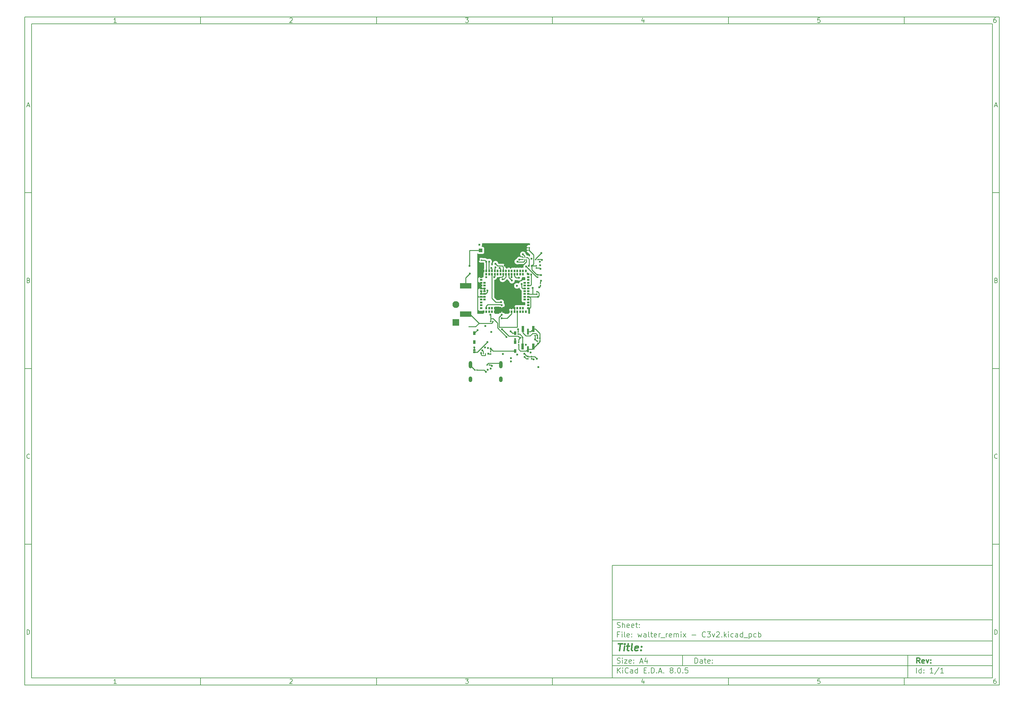
<source format=gbr>
%TF.GenerationSoftware,KiCad,Pcbnew,8.0.5*%
%TF.CreationDate,2024-12-27T02:30:01+01:00*%
%TF.ProjectId,walter_remix - C3v2,77616c74-6572-45f7-9265-6d6978202d20,rev?*%
%TF.SameCoordinates,Original*%
%TF.FileFunction,Copper,L4,Bot*%
%TF.FilePolarity,Positive*%
%FSLAX45Y45*%
G04 Gerber Fmt 4.5, Leading zero omitted, Abs format (unit mm)*
G04 Created by KiCad (PCBNEW 8.0.5) date 2024-12-27 02:30:01*
%MOMM*%
%LPD*%
G01*
G04 APERTURE LIST*
G04 Aperture macros list*
%AMRoundRect*
0 Rectangle with rounded corners*
0 $1 Rounding radius*
0 $2 $3 $4 $5 $6 $7 $8 $9 X,Y pos of 4 corners*
0 Add a 4 corners polygon primitive as box body*
4,1,4,$2,$3,$4,$5,$6,$7,$8,$9,$2,$3,0*
0 Add four circle primitives for the rounded corners*
1,1,$1+$1,$2,$3*
1,1,$1+$1,$4,$5*
1,1,$1+$1,$6,$7*
1,1,$1+$1,$8,$9*
0 Add four rect primitives between the rounded corners*
20,1,$1+$1,$2,$3,$4,$5,0*
20,1,$1+$1,$4,$5,$6,$7,0*
20,1,$1+$1,$6,$7,$8,$9,0*
20,1,$1+$1,$8,$9,$2,$3,0*%
%AMOutline5P*
0 Free polygon, 5 corners , with rotation*
0 The origin of the aperture is its center*
0 number of corners: always 5*
0 $1 to $10 corner X, Y*
0 $11 Rotation angle, in degrees counterclockwise*
0 create outline with 5 corners*
4,1,5,$1,$2,$3,$4,$5,$6,$7,$8,$9,$10,$1,$2,$11*%
%AMOutline6P*
0 Free polygon, 6 corners , with rotation*
0 The origin of the aperture is its center*
0 number of corners: always 6*
0 $1 to $12 corner X, Y*
0 $13 Rotation angle, in degrees counterclockwise*
0 create outline with 6 corners*
4,1,6,$1,$2,$3,$4,$5,$6,$7,$8,$9,$10,$11,$12,$1,$2,$13*%
%AMOutline7P*
0 Free polygon, 7 corners , with rotation*
0 The origin of the aperture is its center*
0 number of corners: always 7*
0 $1 to $14 corner X, Y*
0 $15 Rotation angle, in degrees counterclockwise*
0 create outline with 7 corners*
4,1,7,$1,$2,$3,$4,$5,$6,$7,$8,$9,$10,$11,$12,$13,$14,$1,$2,$15*%
%AMOutline8P*
0 Free polygon, 8 corners , with rotation*
0 The origin of the aperture is its center*
0 number of corners: always 8*
0 $1 to $16 corner X, Y*
0 $17 Rotation angle, in degrees counterclockwise*
0 create outline with 8 corners*
4,1,8,$1,$2,$3,$4,$5,$6,$7,$8,$9,$10,$11,$12,$13,$14,$15,$16,$1,$2,$17*%
G04 Aperture macros list end*
%ADD10C,0.100000*%
%ADD11C,0.150000*%
%ADD12C,0.300000*%
%ADD13C,0.400000*%
%TA.AperFunction,HeatsinkPad*%
%ADD14C,0.600000*%
%TD*%
%TA.AperFunction,SMDPad,CuDef*%
%ADD15R,3.200000X1.600000*%
%TD*%
%TA.AperFunction,ComponentPad*%
%ADD16R,1.950000X1.950000*%
%TD*%
%TA.AperFunction,ComponentPad*%
%ADD17C,1.950000*%
%TD*%
%TA.AperFunction,SMDPad,CuDef*%
%ADD18R,0.700000X1.800000*%
%TD*%
%TA.AperFunction,SMDPad,CuDef*%
%ADD19R,0.600000X1.800000*%
%TD*%
%TA.AperFunction,SMDPad,CuDef*%
%ADD20R,1.000000X1.000000*%
%TD*%
%TA.AperFunction,SMDPad,CuDef*%
%ADD21R,0.210000X0.400000*%
%TD*%
%TA.AperFunction,SMDPad,CuDef*%
%ADD22R,0.200000X0.200000*%
%TD*%
%TA.AperFunction,SMDPad,CuDef*%
%ADD23RoundRect,0.100000X0.100000X-0.130000X0.100000X0.130000X-0.100000X0.130000X-0.100000X-0.130000X0*%
%TD*%
%TA.AperFunction,SMDPad,CuDef*%
%ADD24RoundRect,0.100000X0.130000X0.100000X-0.130000X0.100000X-0.130000X-0.100000X0.130000X-0.100000X0*%
%TD*%
%TA.AperFunction,SMDPad,CuDef*%
%ADD25RoundRect,0.100000X-0.100000X0.130000X-0.100000X-0.130000X0.100000X-0.130000X0.100000X0.130000X0*%
%TD*%
%TA.AperFunction,SMDPad,CuDef*%
%ADD26RoundRect,0.100000X-0.130000X-0.100000X0.130000X-0.100000X0.130000X0.100000X-0.130000X0.100000X0*%
%TD*%
%TA.AperFunction,SMDPad,CuDef*%
%ADD27R,0.700000X1.000000*%
%TD*%
%TA.AperFunction,SMDPad,CuDef*%
%ADD28R,0.700000X0.500000*%
%TD*%
%TA.AperFunction,ComponentPad*%
%ADD29O,1.000000X1.600000*%
%TD*%
%TA.AperFunction,ComponentPad*%
%ADD30O,1.000000X2.100000*%
%TD*%
%TA.AperFunction,SMDPad,CuDef*%
%ADD31R,0.800000X0.800000*%
%TD*%
%TA.AperFunction,SMDPad,CuDef*%
%ADD32Outline5P,-0.400000X0.400000X0.000000X0.400000X0.400000X0.000000X0.400000X-0.400000X-0.400000X-0.400000X270.000000*%
%TD*%
%TA.AperFunction,SMDPad,CuDef*%
%ADD33R,0.500000X0.700000*%
%TD*%
%TA.AperFunction,ViaPad*%
%ADD34C,0.600000*%
%TD*%
%TA.AperFunction,Conductor*%
%ADD35C,0.250000*%
%TD*%
G04 APERTURE END LIST*
D10*
D11*
X17700220Y-16600720D02*
X28500220Y-16600720D01*
X28500220Y-19800720D01*
X17700220Y-19800720D01*
X17700220Y-16600720D01*
D10*
D11*
X1000000Y-1000000D02*
X28700220Y-1000000D01*
X28700220Y-20000720D01*
X1000000Y-20000720D01*
X1000000Y-1000000D01*
D10*
D11*
X1200000Y-1200000D02*
X28500220Y-1200000D01*
X28500220Y-19800720D01*
X1200000Y-19800720D01*
X1200000Y-1200000D01*
D10*
D11*
X6000000Y-1200000D02*
X6000000Y-1000000D01*
D10*
D11*
X11000000Y-1200000D02*
X11000000Y-1000000D01*
D10*
D11*
X16000000Y-1200000D02*
X16000000Y-1000000D01*
D10*
D11*
X21000000Y-1200000D02*
X21000000Y-1000000D01*
D10*
D11*
X26000000Y-1200000D02*
X26000000Y-1000000D01*
D10*
D11*
X3608916Y-1159360D02*
X3534630Y-1159360D01*
X3571773Y-1159360D02*
X3571773Y-1029360D01*
X3571773Y-1029360D02*
X3559392Y-1047932D01*
X3559392Y-1047932D02*
X3547011Y-1060313D01*
X3547011Y-1060313D02*
X3534630Y-1066503D01*
D10*
D11*
X8534630Y-1041741D02*
X8540821Y-1035551D01*
X8540821Y-1035551D02*
X8553202Y-1029360D01*
X8553202Y-1029360D02*
X8584154Y-1029360D01*
X8584154Y-1029360D02*
X8596535Y-1035551D01*
X8596535Y-1035551D02*
X8602726Y-1041741D01*
X8602726Y-1041741D02*
X8608916Y-1054122D01*
X8608916Y-1054122D02*
X8608916Y-1066503D01*
X8608916Y-1066503D02*
X8602726Y-1085075D01*
X8602726Y-1085075D02*
X8528440Y-1159360D01*
X8528440Y-1159360D02*
X8608916Y-1159360D01*
D10*
D11*
X13528440Y-1029360D02*
X13608916Y-1029360D01*
X13608916Y-1029360D02*
X13565583Y-1078884D01*
X13565583Y-1078884D02*
X13584154Y-1078884D01*
X13584154Y-1078884D02*
X13596535Y-1085075D01*
X13596535Y-1085075D02*
X13602725Y-1091265D01*
X13602725Y-1091265D02*
X13608916Y-1103646D01*
X13608916Y-1103646D02*
X13608916Y-1134599D01*
X13608916Y-1134599D02*
X13602725Y-1146980D01*
X13602725Y-1146980D02*
X13596535Y-1153170D01*
X13596535Y-1153170D02*
X13584154Y-1159360D01*
X13584154Y-1159360D02*
X13547011Y-1159360D01*
X13547011Y-1159360D02*
X13534630Y-1153170D01*
X13534630Y-1153170D02*
X13528440Y-1146980D01*
D10*
D11*
X18596535Y-1072694D02*
X18596535Y-1159360D01*
X18565583Y-1023170D02*
X18534630Y-1116027D01*
X18534630Y-1116027D02*
X18615106Y-1116027D01*
D10*
D11*
X23602725Y-1029360D02*
X23540821Y-1029360D01*
X23540821Y-1029360D02*
X23534630Y-1091265D01*
X23534630Y-1091265D02*
X23540821Y-1085075D01*
X23540821Y-1085075D02*
X23553202Y-1078884D01*
X23553202Y-1078884D02*
X23584154Y-1078884D01*
X23584154Y-1078884D02*
X23596535Y-1085075D01*
X23596535Y-1085075D02*
X23602725Y-1091265D01*
X23602725Y-1091265D02*
X23608916Y-1103646D01*
X23608916Y-1103646D02*
X23608916Y-1134599D01*
X23608916Y-1134599D02*
X23602725Y-1146980D01*
X23602725Y-1146980D02*
X23596535Y-1153170D01*
X23596535Y-1153170D02*
X23584154Y-1159360D01*
X23584154Y-1159360D02*
X23553202Y-1159360D01*
X23553202Y-1159360D02*
X23540821Y-1153170D01*
X23540821Y-1153170D02*
X23534630Y-1146980D01*
D10*
D11*
X28596535Y-1029360D02*
X28571773Y-1029360D01*
X28571773Y-1029360D02*
X28559392Y-1035551D01*
X28559392Y-1035551D02*
X28553202Y-1041741D01*
X28553202Y-1041741D02*
X28540821Y-1060313D01*
X28540821Y-1060313D02*
X28534630Y-1085075D01*
X28534630Y-1085075D02*
X28534630Y-1134599D01*
X28534630Y-1134599D02*
X28540821Y-1146980D01*
X28540821Y-1146980D02*
X28547011Y-1153170D01*
X28547011Y-1153170D02*
X28559392Y-1159360D01*
X28559392Y-1159360D02*
X28584154Y-1159360D01*
X28584154Y-1159360D02*
X28596535Y-1153170D01*
X28596535Y-1153170D02*
X28602725Y-1146980D01*
X28602725Y-1146980D02*
X28608916Y-1134599D01*
X28608916Y-1134599D02*
X28608916Y-1103646D01*
X28608916Y-1103646D02*
X28602725Y-1091265D01*
X28602725Y-1091265D02*
X28596535Y-1085075D01*
X28596535Y-1085075D02*
X28584154Y-1078884D01*
X28584154Y-1078884D02*
X28559392Y-1078884D01*
X28559392Y-1078884D02*
X28547011Y-1085075D01*
X28547011Y-1085075D02*
X28540821Y-1091265D01*
X28540821Y-1091265D02*
X28534630Y-1103646D01*
D10*
D11*
X6000000Y-19800720D02*
X6000000Y-20000720D01*
D10*
D11*
X11000000Y-19800720D02*
X11000000Y-20000720D01*
D10*
D11*
X16000000Y-19800720D02*
X16000000Y-20000720D01*
D10*
D11*
X21000000Y-19800720D02*
X21000000Y-20000720D01*
D10*
D11*
X26000000Y-19800720D02*
X26000000Y-20000720D01*
D10*
D11*
X3608916Y-19960080D02*
X3534630Y-19960080D01*
X3571773Y-19960080D02*
X3571773Y-19830080D01*
X3571773Y-19830080D02*
X3559392Y-19848652D01*
X3559392Y-19848652D02*
X3547011Y-19861033D01*
X3547011Y-19861033D02*
X3534630Y-19867223D01*
D10*
D11*
X8534630Y-19842461D02*
X8540821Y-19836271D01*
X8540821Y-19836271D02*
X8553202Y-19830080D01*
X8553202Y-19830080D02*
X8584154Y-19830080D01*
X8584154Y-19830080D02*
X8596535Y-19836271D01*
X8596535Y-19836271D02*
X8602726Y-19842461D01*
X8602726Y-19842461D02*
X8608916Y-19854842D01*
X8608916Y-19854842D02*
X8608916Y-19867223D01*
X8608916Y-19867223D02*
X8602726Y-19885795D01*
X8602726Y-19885795D02*
X8528440Y-19960080D01*
X8528440Y-19960080D02*
X8608916Y-19960080D01*
D10*
D11*
X13528440Y-19830080D02*
X13608916Y-19830080D01*
X13608916Y-19830080D02*
X13565583Y-19879604D01*
X13565583Y-19879604D02*
X13584154Y-19879604D01*
X13584154Y-19879604D02*
X13596535Y-19885795D01*
X13596535Y-19885795D02*
X13602725Y-19891985D01*
X13602725Y-19891985D02*
X13608916Y-19904366D01*
X13608916Y-19904366D02*
X13608916Y-19935319D01*
X13608916Y-19935319D02*
X13602725Y-19947700D01*
X13602725Y-19947700D02*
X13596535Y-19953890D01*
X13596535Y-19953890D02*
X13584154Y-19960080D01*
X13584154Y-19960080D02*
X13547011Y-19960080D01*
X13547011Y-19960080D02*
X13534630Y-19953890D01*
X13534630Y-19953890D02*
X13528440Y-19947700D01*
D10*
D11*
X18596535Y-19873414D02*
X18596535Y-19960080D01*
X18565583Y-19823890D02*
X18534630Y-19916747D01*
X18534630Y-19916747D02*
X18615106Y-19916747D01*
D10*
D11*
X23602725Y-19830080D02*
X23540821Y-19830080D01*
X23540821Y-19830080D02*
X23534630Y-19891985D01*
X23534630Y-19891985D02*
X23540821Y-19885795D01*
X23540821Y-19885795D02*
X23553202Y-19879604D01*
X23553202Y-19879604D02*
X23584154Y-19879604D01*
X23584154Y-19879604D02*
X23596535Y-19885795D01*
X23596535Y-19885795D02*
X23602725Y-19891985D01*
X23602725Y-19891985D02*
X23608916Y-19904366D01*
X23608916Y-19904366D02*
X23608916Y-19935319D01*
X23608916Y-19935319D02*
X23602725Y-19947700D01*
X23602725Y-19947700D02*
X23596535Y-19953890D01*
X23596535Y-19953890D02*
X23584154Y-19960080D01*
X23584154Y-19960080D02*
X23553202Y-19960080D01*
X23553202Y-19960080D02*
X23540821Y-19953890D01*
X23540821Y-19953890D02*
X23534630Y-19947700D01*
D10*
D11*
X28596535Y-19830080D02*
X28571773Y-19830080D01*
X28571773Y-19830080D02*
X28559392Y-19836271D01*
X28559392Y-19836271D02*
X28553202Y-19842461D01*
X28553202Y-19842461D02*
X28540821Y-19861033D01*
X28540821Y-19861033D02*
X28534630Y-19885795D01*
X28534630Y-19885795D02*
X28534630Y-19935319D01*
X28534630Y-19935319D02*
X28540821Y-19947700D01*
X28540821Y-19947700D02*
X28547011Y-19953890D01*
X28547011Y-19953890D02*
X28559392Y-19960080D01*
X28559392Y-19960080D02*
X28584154Y-19960080D01*
X28584154Y-19960080D02*
X28596535Y-19953890D01*
X28596535Y-19953890D02*
X28602725Y-19947700D01*
X28602725Y-19947700D02*
X28608916Y-19935319D01*
X28608916Y-19935319D02*
X28608916Y-19904366D01*
X28608916Y-19904366D02*
X28602725Y-19891985D01*
X28602725Y-19891985D02*
X28596535Y-19885795D01*
X28596535Y-19885795D02*
X28584154Y-19879604D01*
X28584154Y-19879604D02*
X28559392Y-19879604D01*
X28559392Y-19879604D02*
X28547011Y-19885795D01*
X28547011Y-19885795D02*
X28540821Y-19891985D01*
X28540821Y-19891985D02*
X28534630Y-19904366D01*
D10*
D11*
X1000000Y-6000000D02*
X1200000Y-6000000D01*
D10*
D11*
X1000000Y-11000000D02*
X1200000Y-11000000D01*
D10*
D11*
X1000000Y-16000000D02*
X1200000Y-16000000D01*
D10*
D11*
X1069048Y-3522218D02*
X1130952Y-3522218D01*
X1056667Y-3559360D02*
X1100000Y-3429360D01*
X1100000Y-3429360D02*
X1143333Y-3559360D01*
D10*
D11*
X1109286Y-8491265D02*
X1127857Y-8497456D01*
X1127857Y-8497456D02*
X1134048Y-8503646D01*
X1134048Y-8503646D02*
X1140238Y-8516027D01*
X1140238Y-8516027D02*
X1140238Y-8534599D01*
X1140238Y-8534599D02*
X1134048Y-8546980D01*
X1134048Y-8546980D02*
X1127857Y-8553170D01*
X1127857Y-8553170D02*
X1115476Y-8559360D01*
X1115476Y-8559360D02*
X1065952Y-8559360D01*
X1065952Y-8559360D02*
X1065952Y-8429360D01*
X1065952Y-8429360D02*
X1109286Y-8429360D01*
X1109286Y-8429360D02*
X1121667Y-8435551D01*
X1121667Y-8435551D02*
X1127857Y-8441741D01*
X1127857Y-8441741D02*
X1134048Y-8454122D01*
X1134048Y-8454122D02*
X1134048Y-8466503D01*
X1134048Y-8466503D02*
X1127857Y-8478884D01*
X1127857Y-8478884D02*
X1121667Y-8485075D01*
X1121667Y-8485075D02*
X1109286Y-8491265D01*
X1109286Y-8491265D02*
X1065952Y-8491265D01*
D10*
D11*
X1140238Y-13546979D02*
X1134048Y-13553170D01*
X1134048Y-13553170D02*
X1115476Y-13559360D01*
X1115476Y-13559360D02*
X1103095Y-13559360D01*
X1103095Y-13559360D02*
X1084524Y-13553170D01*
X1084524Y-13553170D02*
X1072143Y-13540789D01*
X1072143Y-13540789D02*
X1065952Y-13528408D01*
X1065952Y-13528408D02*
X1059762Y-13503646D01*
X1059762Y-13503646D02*
X1059762Y-13485075D01*
X1059762Y-13485075D02*
X1065952Y-13460313D01*
X1065952Y-13460313D02*
X1072143Y-13447932D01*
X1072143Y-13447932D02*
X1084524Y-13435551D01*
X1084524Y-13435551D02*
X1103095Y-13429360D01*
X1103095Y-13429360D02*
X1115476Y-13429360D01*
X1115476Y-13429360D02*
X1134048Y-13435551D01*
X1134048Y-13435551D02*
X1140238Y-13441741D01*
D10*
D11*
X1065952Y-18559360D02*
X1065952Y-18429360D01*
X1065952Y-18429360D02*
X1096905Y-18429360D01*
X1096905Y-18429360D02*
X1115476Y-18435551D01*
X1115476Y-18435551D02*
X1127857Y-18447932D01*
X1127857Y-18447932D02*
X1134048Y-18460313D01*
X1134048Y-18460313D02*
X1140238Y-18485075D01*
X1140238Y-18485075D02*
X1140238Y-18503646D01*
X1140238Y-18503646D02*
X1134048Y-18528408D01*
X1134048Y-18528408D02*
X1127857Y-18540789D01*
X1127857Y-18540789D02*
X1115476Y-18553170D01*
X1115476Y-18553170D02*
X1096905Y-18559360D01*
X1096905Y-18559360D02*
X1065952Y-18559360D01*
D10*
D11*
X28700220Y-6000000D02*
X28500220Y-6000000D01*
D10*
D11*
X28700220Y-11000000D02*
X28500220Y-11000000D01*
D10*
D11*
X28700220Y-16000000D02*
X28500220Y-16000000D01*
D10*
D11*
X28569268Y-3522218D02*
X28631172Y-3522218D01*
X28556887Y-3559360D02*
X28600220Y-3429360D01*
X28600220Y-3429360D02*
X28643553Y-3559360D01*
D10*
D11*
X28609506Y-8491265D02*
X28628077Y-8497456D01*
X28628077Y-8497456D02*
X28634268Y-8503646D01*
X28634268Y-8503646D02*
X28640458Y-8516027D01*
X28640458Y-8516027D02*
X28640458Y-8534599D01*
X28640458Y-8534599D02*
X28634268Y-8546980D01*
X28634268Y-8546980D02*
X28628077Y-8553170D01*
X28628077Y-8553170D02*
X28615696Y-8559360D01*
X28615696Y-8559360D02*
X28566172Y-8559360D01*
X28566172Y-8559360D02*
X28566172Y-8429360D01*
X28566172Y-8429360D02*
X28609506Y-8429360D01*
X28609506Y-8429360D02*
X28621887Y-8435551D01*
X28621887Y-8435551D02*
X28628077Y-8441741D01*
X28628077Y-8441741D02*
X28634268Y-8454122D01*
X28634268Y-8454122D02*
X28634268Y-8466503D01*
X28634268Y-8466503D02*
X28628077Y-8478884D01*
X28628077Y-8478884D02*
X28621887Y-8485075D01*
X28621887Y-8485075D02*
X28609506Y-8491265D01*
X28609506Y-8491265D02*
X28566172Y-8491265D01*
D10*
D11*
X28640458Y-13546979D02*
X28634268Y-13553170D01*
X28634268Y-13553170D02*
X28615696Y-13559360D01*
X28615696Y-13559360D02*
X28603315Y-13559360D01*
X28603315Y-13559360D02*
X28584744Y-13553170D01*
X28584744Y-13553170D02*
X28572363Y-13540789D01*
X28572363Y-13540789D02*
X28566172Y-13528408D01*
X28566172Y-13528408D02*
X28559982Y-13503646D01*
X28559982Y-13503646D02*
X28559982Y-13485075D01*
X28559982Y-13485075D02*
X28566172Y-13460313D01*
X28566172Y-13460313D02*
X28572363Y-13447932D01*
X28572363Y-13447932D02*
X28584744Y-13435551D01*
X28584744Y-13435551D02*
X28603315Y-13429360D01*
X28603315Y-13429360D02*
X28615696Y-13429360D01*
X28615696Y-13429360D02*
X28634268Y-13435551D01*
X28634268Y-13435551D02*
X28640458Y-13441741D01*
D10*
D11*
X28566172Y-18559360D02*
X28566172Y-18429360D01*
X28566172Y-18429360D02*
X28597125Y-18429360D01*
X28597125Y-18429360D02*
X28615696Y-18435551D01*
X28615696Y-18435551D02*
X28628077Y-18447932D01*
X28628077Y-18447932D02*
X28634268Y-18460313D01*
X28634268Y-18460313D02*
X28640458Y-18485075D01*
X28640458Y-18485075D02*
X28640458Y-18503646D01*
X28640458Y-18503646D02*
X28634268Y-18528408D01*
X28634268Y-18528408D02*
X28628077Y-18540789D01*
X28628077Y-18540789D02*
X28615696Y-18553170D01*
X28615696Y-18553170D02*
X28597125Y-18559360D01*
X28597125Y-18559360D02*
X28566172Y-18559360D01*
D10*
D11*
X20045803Y-19379333D02*
X20045803Y-19229333D01*
X20045803Y-19229333D02*
X20081517Y-19229333D01*
X20081517Y-19229333D02*
X20102946Y-19236476D01*
X20102946Y-19236476D02*
X20117231Y-19250761D01*
X20117231Y-19250761D02*
X20124374Y-19265047D01*
X20124374Y-19265047D02*
X20131517Y-19293619D01*
X20131517Y-19293619D02*
X20131517Y-19315047D01*
X20131517Y-19315047D02*
X20124374Y-19343619D01*
X20124374Y-19343619D02*
X20117231Y-19357904D01*
X20117231Y-19357904D02*
X20102946Y-19372190D01*
X20102946Y-19372190D02*
X20081517Y-19379333D01*
X20081517Y-19379333D02*
X20045803Y-19379333D01*
X20260088Y-19379333D02*
X20260088Y-19300761D01*
X20260088Y-19300761D02*
X20252946Y-19286476D01*
X20252946Y-19286476D02*
X20238660Y-19279333D01*
X20238660Y-19279333D02*
X20210088Y-19279333D01*
X20210088Y-19279333D02*
X20195803Y-19286476D01*
X20260088Y-19372190D02*
X20245803Y-19379333D01*
X20245803Y-19379333D02*
X20210088Y-19379333D01*
X20210088Y-19379333D02*
X20195803Y-19372190D01*
X20195803Y-19372190D02*
X20188660Y-19357904D01*
X20188660Y-19357904D02*
X20188660Y-19343619D01*
X20188660Y-19343619D02*
X20195803Y-19329333D01*
X20195803Y-19329333D02*
X20210088Y-19322190D01*
X20210088Y-19322190D02*
X20245803Y-19322190D01*
X20245803Y-19322190D02*
X20260088Y-19315047D01*
X20310088Y-19279333D02*
X20367231Y-19279333D01*
X20331517Y-19229333D02*
X20331517Y-19357904D01*
X20331517Y-19357904D02*
X20338660Y-19372190D01*
X20338660Y-19372190D02*
X20352946Y-19379333D01*
X20352946Y-19379333D02*
X20367231Y-19379333D01*
X20474374Y-19372190D02*
X20460088Y-19379333D01*
X20460088Y-19379333D02*
X20431517Y-19379333D01*
X20431517Y-19379333D02*
X20417231Y-19372190D01*
X20417231Y-19372190D02*
X20410088Y-19357904D01*
X20410088Y-19357904D02*
X20410088Y-19300761D01*
X20410088Y-19300761D02*
X20417231Y-19286476D01*
X20417231Y-19286476D02*
X20431517Y-19279333D01*
X20431517Y-19279333D02*
X20460088Y-19279333D01*
X20460088Y-19279333D02*
X20474374Y-19286476D01*
X20474374Y-19286476D02*
X20481517Y-19300761D01*
X20481517Y-19300761D02*
X20481517Y-19315047D01*
X20481517Y-19315047D02*
X20410088Y-19329333D01*
X20545803Y-19365047D02*
X20552946Y-19372190D01*
X20552946Y-19372190D02*
X20545803Y-19379333D01*
X20545803Y-19379333D02*
X20538660Y-19372190D01*
X20538660Y-19372190D02*
X20545803Y-19365047D01*
X20545803Y-19365047D02*
X20545803Y-19379333D01*
X20545803Y-19286476D02*
X20552946Y-19293619D01*
X20552946Y-19293619D02*
X20545803Y-19300761D01*
X20545803Y-19300761D02*
X20538660Y-19293619D01*
X20538660Y-19293619D02*
X20545803Y-19286476D01*
X20545803Y-19286476D02*
X20545803Y-19300761D01*
D10*
D11*
X17700220Y-19450720D02*
X28500220Y-19450720D01*
D10*
D11*
X17845803Y-19659333D02*
X17845803Y-19509333D01*
X17931517Y-19659333D02*
X17867231Y-19573619D01*
X17931517Y-19509333D02*
X17845803Y-19595047D01*
X17995803Y-19659333D02*
X17995803Y-19559333D01*
X17995803Y-19509333D02*
X17988660Y-19516476D01*
X17988660Y-19516476D02*
X17995803Y-19523619D01*
X17995803Y-19523619D02*
X18002946Y-19516476D01*
X18002946Y-19516476D02*
X17995803Y-19509333D01*
X17995803Y-19509333D02*
X17995803Y-19523619D01*
X18152946Y-19645047D02*
X18145803Y-19652190D01*
X18145803Y-19652190D02*
X18124374Y-19659333D01*
X18124374Y-19659333D02*
X18110088Y-19659333D01*
X18110088Y-19659333D02*
X18088660Y-19652190D01*
X18088660Y-19652190D02*
X18074374Y-19637904D01*
X18074374Y-19637904D02*
X18067231Y-19623619D01*
X18067231Y-19623619D02*
X18060088Y-19595047D01*
X18060088Y-19595047D02*
X18060088Y-19573619D01*
X18060088Y-19573619D02*
X18067231Y-19545047D01*
X18067231Y-19545047D02*
X18074374Y-19530761D01*
X18074374Y-19530761D02*
X18088660Y-19516476D01*
X18088660Y-19516476D02*
X18110088Y-19509333D01*
X18110088Y-19509333D02*
X18124374Y-19509333D01*
X18124374Y-19509333D02*
X18145803Y-19516476D01*
X18145803Y-19516476D02*
X18152946Y-19523619D01*
X18281517Y-19659333D02*
X18281517Y-19580761D01*
X18281517Y-19580761D02*
X18274374Y-19566476D01*
X18274374Y-19566476D02*
X18260088Y-19559333D01*
X18260088Y-19559333D02*
X18231517Y-19559333D01*
X18231517Y-19559333D02*
X18217231Y-19566476D01*
X18281517Y-19652190D02*
X18267231Y-19659333D01*
X18267231Y-19659333D02*
X18231517Y-19659333D01*
X18231517Y-19659333D02*
X18217231Y-19652190D01*
X18217231Y-19652190D02*
X18210088Y-19637904D01*
X18210088Y-19637904D02*
X18210088Y-19623619D01*
X18210088Y-19623619D02*
X18217231Y-19609333D01*
X18217231Y-19609333D02*
X18231517Y-19602190D01*
X18231517Y-19602190D02*
X18267231Y-19602190D01*
X18267231Y-19602190D02*
X18281517Y-19595047D01*
X18417231Y-19659333D02*
X18417231Y-19509333D01*
X18417231Y-19652190D02*
X18402946Y-19659333D01*
X18402946Y-19659333D02*
X18374374Y-19659333D01*
X18374374Y-19659333D02*
X18360088Y-19652190D01*
X18360088Y-19652190D02*
X18352946Y-19645047D01*
X18352946Y-19645047D02*
X18345803Y-19630761D01*
X18345803Y-19630761D02*
X18345803Y-19587904D01*
X18345803Y-19587904D02*
X18352946Y-19573619D01*
X18352946Y-19573619D02*
X18360088Y-19566476D01*
X18360088Y-19566476D02*
X18374374Y-19559333D01*
X18374374Y-19559333D02*
X18402946Y-19559333D01*
X18402946Y-19559333D02*
X18417231Y-19566476D01*
X18602946Y-19580761D02*
X18652946Y-19580761D01*
X18674374Y-19659333D02*
X18602946Y-19659333D01*
X18602946Y-19659333D02*
X18602946Y-19509333D01*
X18602946Y-19509333D02*
X18674374Y-19509333D01*
X18738660Y-19645047D02*
X18745803Y-19652190D01*
X18745803Y-19652190D02*
X18738660Y-19659333D01*
X18738660Y-19659333D02*
X18731517Y-19652190D01*
X18731517Y-19652190D02*
X18738660Y-19645047D01*
X18738660Y-19645047D02*
X18738660Y-19659333D01*
X18810088Y-19659333D02*
X18810088Y-19509333D01*
X18810088Y-19509333D02*
X18845803Y-19509333D01*
X18845803Y-19509333D02*
X18867231Y-19516476D01*
X18867231Y-19516476D02*
X18881517Y-19530761D01*
X18881517Y-19530761D02*
X18888660Y-19545047D01*
X18888660Y-19545047D02*
X18895803Y-19573619D01*
X18895803Y-19573619D02*
X18895803Y-19595047D01*
X18895803Y-19595047D02*
X18888660Y-19623619D01*
X18888660Y-19623619D02*
X18881517Y-19637904D01*
X18881517Y-19637904D02*
X18867231Y-19652190D01*
X18867231Y-19652190D02*
X18845803Y-19659333D01*
X18845803Y-19659333D02*
X18810088Y-19659333D01*
X18960088Y-19645047D02*
X18967231Y-19652190D01*
X18967231Y-19652190D02*
X18960088Y-19659333D01*
X18960088Y-19659333D02*
X18952946Y-19652190D01*
X18952946Y-19652190D02*
X18960088Y-19645047D01*
X18960088Y-19645047D02*
X18960088Y-19659333D01*
X19024374Y-19616476D02*
X19095803Y-19616476D01*
X19010089Y-19659333D02*
X19060089Y-19509333D01*
X19060089Y-19509333D02*
X19110089Y-19659333D01*
X19160088Y-19645047D02*
X19167231Y-19652190D01*
X19167231Y-19652190D02*
X19160088Y-19659333D01*
X19160088Y-19659333D02*
X19152946Y-19652190D01*
X19152946Y-19652190D02*
X19160088Y-19645047D01*
X19160088Y-19645047D02*
X19160088Y-19659333D01*
X19367231Y-19573619D02*
X19352946Y-19566476D01*
X19352946Y-19566476D02*
X19345803Y-19559333D01*
X19345803Y-19559333D02*
X19338660Y-19545047D01*
X19338660Y-19545047D02*
X19338660Y-19537904D01*
X19338660Y-19537904D02*
X19345803Y-19523619D01*
X19345803Y-19523619D02*
X19352946Y-19516476D01*
X19352946Y-19516476D02*
X19367231Y-19509333D01*
X19367231Y-19509333D02*
X19395803Y-19509333D01*
X19395803Y-19509333D02*
X19410089Y-19516476D01*
X19410089Y-19516476D02*
X19417231Y-19523619D01*
X19417231Y-19523619D02*
X19424374Y-19537904D01*
X19424374Y-19537904D02*
X19424374Y-19545047D01*
X19424374Y-19545047D02*
X19417231Y-19559333D01*
X19417231Y-19559333D02*
X19410089Y-19566476D01*
X19410089Y-19566476D02*
X19395803Y-19573619D01*
X19395803Y-19573619D02*
X19367231Y-19573619D01*
X19367231Y-19573619D02*
X19352946Y-19580761D01*
X19352946Y-19580761D02*
X19345803Y-19587904D01*
X19345803Y-19587904D02*
X19338660Y-19602190D01*
X19338660Y-19602190D02*
X19338660Y-19630761D01*
X19338660Y-19630761D02*
X19345803Y-19645047D01*
X19345803Y-19645047D02*
X19352946Y-19652190D01*
X19352946Y-19652190D02*
X19367231Y-19659333D01*
X19367231Y-19659333D02*
X19395803Y-19659333D01*
X19395803Y-19659333D02*
X19410089Y-19652190D01*
X19410089Y-19652190D02*
X19417231Y-19645047D01*
X19417231Y-19645047D02*
X19424374Y-19630761D01*
X19424374Y-19630761D02*
X19424374Y-19602190D01*
X19424374Y-19602190D02*
X19417231Y-19587904D01*
X19417231Y-19587904D02*
X19410089Y-19580761D01*
X19410089Y-19580761D02*
X19395803Y-19573619D01*
X19488660Y-19645047D02*
X19495803Y-19652190D01*
X19495803Y-19652190D02*
X19488660Y-19659333D01*
X19488660Y-19659333D02*
X19481517Y-19652190D01*
X19481517Y-19652190D02*
X19488660Y-19645047D01*
X19488660Y-19645047D02*
X19488660Y-19659333D01*
X19588660Y-19509333D02*
X19602946Y-19509333D01*
X19602946Y-19509333D02*
X19617231Y-19516476D01*
X19617231Y-19516476D02*
X19624374Y-19523619D01*
X19624374Y-19523619D02*
X19631517Y-19537904D01*
X19631517Y-19537904D02*
X19638660Y-19566476D01*
X19638660Y-19566476D02*
X19638660Y-19602190D01*
X19638660Y-19602190D02*
X19631517Y-19630761D01*
X19631517Y-19630761D02*
X19624374Y-19645047D01*
X19624374Y-19645047D02*
X19617231Y-19652190D01*
X19617231Y-19652190D02*
X19602946Y-19659333D01*
X19602946Y-19659333D02*
X19588660Y-19659333D01*
X19588660Y-19659333D02*
X19574374Y-19652190D01*
X19574374Y-19652190D02*
X19567231Y-19645047D01*
X19567231Y-19645047D02*
X19560088Y-19630761D01*
X19560088Y-19630761D02*
X19552946Y-19602190D01*
X19552946Y-19602190D02*
X19552946Y-19566476D01*
X19552946Y-19566476D02*
X19560088Y-19537904D01*
X19560088Y-19537904D02*
X19567231Y-19523619D01*
X19567231Y-19523619D02*
X19574374Y-19516476D01*
X19574374Y-19516476D02*
X19588660Y-19509333D01*
X19702946Y-19645047D02*
X19710088Y-19652190D01*
X19710088Y-19652190D02*
X19702946Y-19659333D01*
X19702946Y-19659333D02*
X19695803Y-19652190D01*
X19695803Y-19652190D02*
X19702946Y-19645047D01*
X19702946Y-19645047D02*
X19702946Y-19659333D01*
X19845803Y-19509333D02*
X19774374Y-19509333D01*
X19774374Y-19509333D02*
X19767231Y-19580761D01*
X19767231Y-19580761D02*
X19774374Y-19573619D01*
X19774374Y-19573619D02*
X19788660Y-19566476D01*
X19788660Y-19566476D02*
X19824374Y-19566476D01*
X19824374Y-19566476D02*
X19838660Y-19573619D01*
X19838660Y-19573619D02*
X19845803Y-19580761D01*
X19845803Y-19580761D02*
X19852946Y-19595047D01*
X19852946Y-19595047D02*
X19852946Y-19630761D01*
X19852946Y-19630761D02*
X19845803Y-19645047D01*
X19845803Y-19645047D02*
X19838660Y-19652190D01*
X19838660Y-19652190D02*
X19824374Y-19659333D01*
X19824374Y-19659333D02*
X19788660Y-19659333D01*
X19788660Y-19659333D02*
X19774374Y-19652190D01*
X19774374Y-19652190D02*
X19767231Y-19645047D01*
D10*
D11*
X17700220Y-19150720D02*
X28500220Y-19150720D01*
D10*
D12*
X26441385Y-19378553D02*
X26391385Y-19307124D01*
X26355671Y-19378553D02*
X26355671Y-19228553D01*
X26355671Y-19228553D02*
X26412814Y-19228553D01*
X26412814Y-19228553D02*
X26427100Y-19235696D01*
X26427100Y-19235696D02*
X26434242Y-19242839D01*
X26434242Y-19242839D02*
X26441385Y-19257124D01*
X26441385Y-19257124D02*
X26441385Y-19278553D01*
X26441385Y-19278553D02*
X26434242Y-19292839D01*
X26434242Y-19292839D02*
X26427100Y-19299981D01*
X26427100Y-19299981D02*
X26412814Y-19307124D01*
X26412814Y-19307124D02*
X26355671Y-19307124D01*
X26562814Y-19371410D02*
X26548528Y-19378553D01*
X26548528Y-19378553D02*
X26519957Y-19378553D01*
X26519957Y-19378553D02*
X26505671Y-19371410D01*
X26505671Y-19371410D02*
X26498528Y-19357124D01*
X26498528Y-19357124D02*
X26498528Y-19299981D01*
X26498528Y-19299981D02*
X26505671Y-19285696D01*
X26505671Y-19285696D02*
X26519957Y-19278553D01*
X26519957Y-19278553D02*
X26548528Y-19278553D01*
X26548528Y-19278553D02*
X26562814Y-19285696D01*
X26562814Y-19285696D02*
X26569957Y-19299981D01*
X26569957Y-19299981D02*
X26569957Y-19314267D01*
X26569957Y-19314267D02*
X26498528Y-19328553D01*
X26619957Y-19278553D02*
X26655671Y-19378553D01*
X26655671Y-19378553D02*
X26691385Y-19278553D01*
X26748528Y-19364267D02*
X26755671Y-19371410D01*
X26755671Y-19371410D02*
X26748528Y-19378553D01*
X26748528Y-19378553D02*
X26741385Y-19371410D01*
X26741385Y-19371410D02*
X26748528Y-19364267D01*
X26748528Y-19364267D02*
X26748528Y-19378553D01*
X26748528Y-19285696D02*
X26755671Y-19292839D01*
X26755671Y-19292839D02*
X26748528Y-19299981D01*
X26748528Y-19299981D02*
X26741385Y-19292839D01*
X26741385Y-19292839D02*
X26748528Y-19285696D01*
X26748528Y-19285696D02*
X26748528Y-19299981D01*
D10*
D11*
X17838660Y-19372190D02*
X17860088Y-19379333D01*
X17860088Y-19379333D02*
X17895803Y-19379333D01*
X17895803Y-19379333D02*
X17910088Y-19372190D01*
X17910088Y-19372190D02*
X17917231Y-19365047D01*
X17917231Y-19365047D02*
X17924374Y-19350761D01*
X17924374Y-19350761D02*
X17924374Y-19336476D01*
X17924374Y-19336476D02*
X17917231Y-19322190D01*
X17917231Y-19322190D02*
X17910088Y-19315047D01*
X17910088Y-19315047D02*
X17895803Y-19307904D01*
X17895803Y-19307904D02*
X17867231Y-19300761D01*
X17867231Y-19300761D02*
X17852946Y-19293619D01*
X17852946Y-19293619D02*
X17845803Y-19286476D01*
X17845803Y-19286476D02*
X17838660Y-19272190D01*
X17838660Y-19272190D02*
X17838660Y-19257904D01*
X17838660Y-19257904D02*
X17845803Y-19243619D01*
X17845803Y-19243619D02*
X17852946Y-19236476D01*
X17852946Y-19236476D02*
X17867231Y-19229333D01*
X17867231Y-19229333D02*
X17902946Y-19229333D01*
X17902946Y-19229333D02*
X17924374Y-19236476D01*
X17988660Y-19379333D02*
X17988660Y-19279333D01*
X17988660Y-19229333D02*
X17981517Y-19236476D01*
X17981517Y-19236476D02*
X17988660Y-19243619D01*
X17988660Y-19243619D02*
X17995803Y-19236476D01*
X17995803Y-19236476D02*
X17988660Y-19229333D01*
X17988660Y-19229333D02*
X17988660Y-19243619D01*
X18045803Y-19279333D02*
X18124374Y-19279333D01*
X18124374Y-19279333D02*
X18045803Y-19379333D01*
X18045803Y-19379333D02*
X18124374Y-19379333D01*
X18238660Y-19372190D02*
X18224374Y-19379333D01*
X18224374Y-19379333D02*
X18195803Y-19379333D01*
X18195803Y-19379333D02*
X18181517Y-19372190D01*
X18181517Y-19372190D02*
X18174374Y-19357904D01*
X18174374Y-19357904D02*
X18174374Y-19300761D01*
X18174374Y-19300761D02*
X18181517Y-19286476D01*
X18181517Y-19286476D02*
X18195803Y-19279333D01*
X18195803Y-19279333D02*
X18224374Y-19279333D01*
X18224374Y-19279333D02*
X18238660Y-19286476D01*
X18238660Y-19286476D02*
X18245803Y-19300761D01*
X18245803Y-19300761D02*
X18245803Y-19315047D01*
X18245803Y-19315047D02*
X18174374Y-19329333D01*
X18310088Y-19365047D02*
X18317231Y-19372190D01*
X18317231Y-19372190D02*
X18310088Y-19379333D01*
X18310088Y-19379333D02*
X18302946Y-19372190D01*
X18302946Y-19372190D02*
X18310088Y-19365047D01*
X18310088Y-19365047D02*
X18310088Y-19379333D01*
X18310088Y-19286476D02*
X18317231Y-19293619D01*
X18317231Y-19293619D02*
X18310088Y-19300761D01*
X18310088Y-19300761D02*
X18302946Y-19293619D01*
X18302946Y-19293619D02*
X18310088Y-19286476D01*
X18310088Y-19286476D02*
X18310088Y-19300761D01*
X18488660Y-19336476D02*
X18560088Y-19336476D01*
X18474374Y-19379333D02*
X18524374Y-19229333D01*
X18524374Y-19229333D02*
X18574374Y-19379333D01*
X18688660Y-19279333D02*
X18688660Y-19379333D01*
X18652946Y-19222190D02*
X18617231Y-19329333D01*
X18617231Y-19329333D02*
X18710088Y-19329333D01*
D10*
D11*
X26345803Y-19659333D02*
X26345803Y-19509333D01*
X26481517Y-19659333D02*
X26481517Y-19509333D01*
X26481517Y-19652190D02*
X26467231Y-19659333D01*
X26467231Y-19659333D02*
X26438660Y-19659333D01*
X26438660Y-19659333D02*
X26424374Y-19652190D01*
X26424374Y-19652190D02*
X26417231Y-19645047D01*
X26417231Y-19645047D02*
X26410088Y-19630761D01*
X26410088Y-19630761D02*
X26410088Y-19587904D01*
X26410088Y-19587904D02*
X26417231Y-19573619D01*
X26417231Y-19573619D02*
X26424374Y-19566476D01*
X26424374Y-19566476D02*
X26438660Y-19559333D01*
X26438660Y-19559333D02*
X26467231Y-19559333D01*
X26467231Y-19559333D02*
X26481517Y-19566476D01*
X26552945Y-19645047D02*
X26560088Y-19652190D01*
X26560088Y-19652190D02*
X26552945Y-19659333D01*
X26552945Y-19659333D02*
X26545803Y-19652190D01*
X26545803Y-19652190D02*
X26552945Y-19645047D01*
X26552945Y-19645047D02*
X26552945Y-19659333D01*
X26552945Y-19566476D02*
X26560088Y-19573619D01*
X26560088Y-19573619D02*
X26552945Y-19580761D01*
X26552945Y-19580761D02*
X26545803Y-19573619D01*
X26545803Y-19573619D02*
X26552945Y-19566476D01*
X26552945Y-19566476D02*
X26552945Y-19580761D01*
X26817231Y-19659333D02*
X26731517Y-19659333D01*
X26774374Y-19659333D02*
X26774374Y-19509333D01*
X26774374Y-19509333D02*
X26760088Y-19530761D01*
X26760088Y-19530761D02*
X26745803Y-19545047D01*
X26745803Y-19545047D02*
X26731517Y-19552190D01*
X26988660Y-19502190D02*
X26860088Y-19695047D01*
X27117231Y-19659333D02*
X27031517Y-19659333D01*
X27074374Y-19659333D02*
X27074374Y-19509333D01*
X27074374Y-19509333D02*
X27060088Y-19530761D01*
X27060088Y-19530761D02*
X27045803Y-19545047D01*
X27045803Y-19545047D02*
X27031517Y-19552190D01*
D10*
D11*
X17700220Y-18750720D02*
X28500220Y-18750720D01*
D10*
D13*
X17869393Y-18821164D02*
X17983679Y-18821164D01*
X17901536Y-19021164D02*
X17926536Y-18821164D01*
X18025345Y-19021164D02*
X18042012Y-18887830D01*
X18050345Y-18821164D02*
X18039631Y-18830688D01*
X18039631Y-18830688D02*
X18047964Y-18840211D01*
X18047964Y-18840211D02*
X18058679Y-18830688D01*
X18058679Y-18830688D02*
X18050345Y-18821164D01*
X18050345Y-18821164D02*
X18047964Y-18840211D01*
X18108679Y-18887830D02*
X18184869Y-18887830D01*
X18145583Y-18821164D02*
X18124155Y-18992592D01*
X18124155Y-18992592D02*
X18131298Y-19011640D01*
X18131298Y-19011640D02*
X18149155Y-19021164D01*
X18149155Y-19021164D02*
X18168202Y-19021164D01*
X18263441Y-19021164D02*
X18245583Y-19011640D01*
X18245583Y-19011640D02*
X18238441Y-18992592D01*
X18238441Y-18992592D02*
X18259869Y-18821164D01*
X18417012Y-19011640D02*
X18396774Y-19021164D01*
X18396774Y-19021164D02*
X18358679Y-19021164D01*
X18358679Y-19021164D02*
X18340821Y-19011640D01*
X18340821Y-19011640D02*
X18333679Y-18992592D01*
X18333679Y-18992592D02*
X18343202Y-18916402D01*
X18343202Y-18916402D02*
X18355107Y-18897354D01*
X18355107Y-18897354D02*
X18375345Y-18887830D01*
X18375345Y-18887830D02*
X18413440Y-18887830D01*
X18413440Y-18887830D02*
X18431298Y-18897354D01*
X18431298Y-18897354D02*
X18438440Y-18916402D01*
X18438440Y-18916402D02*
X18436060Y-18935450D01*
X18436060Y-18935450D02*
X18338440Y-18954497D01*
X18513441Y-19002116D02*
X18521774Y-19011640D01*
X18521774Y-19011640D02*
X18511060Y-19021164D01*
X18511060Y-19021164D02*
X18502726Y-19011640D01*
X18502726Y-19011640D02*
X18513441Y-19002116D01*
X18513441Y-19002116D02*
X18511060Y-19021164D01*
X18526536Y-18897354D02*
X18534869Y-18906878D01*
X18534869Y-18906878D02*
X18524155Y-18916402D01*
X18524155Y-18916402D02*
X18515821Y-18906878D01*
X18515821Y-18906878D02*
X18526536Y-18897354D01*
X18526536Y-18897354D02*
X18524155Y-18916402D01*
D10*
D11*
X17895803Y-18560761D02*
X17845803Y-18560761D01*
X17845803Y-18639333D02*
X17845803Y-18489333D01*
X17845803Y-18489333D02*
X17917231Y-18489333D01*
X17974374Y-18639333D02*
X17974374Y-18539333D01*
X17974374Y-18489333D02*
X17967231Y-18496476D01*
X17967231Y-18496476D02*
X17974374Y-18503619D01*
X17974374Y-18503619D02*
X17981517Y-18496476D01*
X17981517Y-18496476D02*
X17974374Y-18489333D01*
X17974374Y-18489333D02*
X17974374Y-18503619D01*
X18067231Y-18639333D02*
X18052946Y-18632190D01*
X18052946Y-18632190D02*
X18045803Y-18617904D01*
X18045803Y-18617904D02*
X18045803Y-18489333D01*
X18181517Y-18632190D02*
X18167231Y-18639333D01*
X18167231Y-18639333D02*
X18138660Y-18639333D01*
X18138660Y-18639333D02*
X18124374Y-18632190D01*
X18124374Y-18632190D02*
X18117231Y-18617904D01*
X18117231Y-18617904D02*
X18117231Y-18560761D01*
X18117231Y-18560761D02*
X18124374Y-18546476D01*
X18124374Y-18546476D02*
X18138660Y-18539333D01*
X18138660Y-18539333D02*
X18167231Y-18539333D01*
X18167231Y-18539333D02*
X18181517Y-18546476D01*
X18181517Y-18546476D02*
X18188660Y-18560761D01*
X18188660Y-18560761D02*
X18188660Y-18575047D01*
X18188660Y-18575047D02*
X18117231Y-18589333D01*
X18252945Y-18625047D02*
X18260088Y-18632190D01*
X18260088Y-18632190D02*
X18252945Y-18639333D01*
X18252945Y-18639333D02*
X18245803Y-18632190D01*
X18245803Y-18632190D02*
X18252945Y-18625047D01*
X18252945Y-18625047D02*
X18252945Y-18639333D01*
X18252945Y-18546476D02*
X18260088Y-18553619D01*
X18260088Y-18553619D02*
X18252945Y-18560761D01*
X18252945Y-18560761D02*
X18245803Y-18553619D01*
X18245803Y-18553619D02*
X18252945Y-18546476D01*
X18252945Y-18546476D02*
X18252945Y-18560761D01*
X18424374Y-18539333D02*
X18452946Y-18639333D01*
X18452946Y-18639333D02*
X18481517Y-18567904D01*
X18481517Y-18567904D02*
X18510088Y-18639333D01*
X18510088Y-18639333D02*
X18538660Y-18539333D01*
X18660088Y-18639333D02*
X18660088Y-18560761D01*
X18660088Y-18560761D02*
X18652946Y-18546476D01*
X18652946Y-18546476D02*
X18638660Y-18539333D01*
X18638660Y-18539333D02*
X18610088Y-18539333D01*
X18610088Y-18539333D02*
X18595803Y-18546476D01*
X18660088Y-18632190D02*
X18645803Y-18639333D01*
X18645803Y-18639333D02*
X18610088Y-18639333D01*
X18610088Y-18639333D02*
X18595803Y-18632190D01*
X18595803Y-18632190D02*
X18588660Y-18617904D01*
X18588660Y-18617904D02*
X18588660Y-18603619D01*
X18588660Y-18603619D02*
X18595803Y-18589333D01*
X18595803Y-18589333D02*
X18610088Y-18582190D01*
X18610088Y-18582190D02*
X18645803Y-18582190D01*
X18645803Y-18582190D02*
X18660088Y-18575047D01*
X18752946Y-18639333D02*
X18738660Y-18632190D01*
X18738660Y-18632190D02*
X18731517Y-18617904D01*
X18731517Y-18617904D02*
X18731517Y-18489333D01*
X18788660Y-18539333D02*
X18845803Y-18539333D01*
X18810088Y-18489333D02*
X18810088Y-18617904D01*
X18810088Y-18617904D02*
X18817231Y-18632190D01*
X18817231Y-18632190D02*
X18831517Y-18639333D01*
X18831517Y-18639333D02*
X18845803Y-18639333D01*
X18952946Y-18632190D02*
X18938660Y-18639333D01*
X18938660Y-18639333D02*
X18910088Y-18639333D01*
X18910088Y-18639333D02*
X18895803Y-18632190D01*
X18895803Y-18632190D02*
X18888660Y-18617904D01*
X18888660Y-18617904D02*
X18888660Y-18560761D01*
X18888660Y-18560761D02*
X18895803Y-18546476D01*
X18895803Y-18546476D02*
X18910088Y-18539333D01*
X18910088Y-18539333D02*
X18938660Y-18539333D01*
X18938660Y-18539333D02*
X18952946Y-18546476D01*
X18952946Y-18546476D02*
X18960088Y-18560761D01*
X18960088Y-18560761D02*
X18960088Y-18575047D01*
X18960088Y-18575047D02*
X18888660Y-18589333D01*
X19024374Y-18639333D02*
X19024374Y-18539333D01*
X19024374Y-18567904D02*
X19031517Y-18553619D01*
X19031517Y-18553619D02*
X19038660Y-18546476D01*
X19038660Y-18546476D02*
X19052946Y-18539333D01*
X19052946Y-18539333D02*
X19067231Y-18539333D01*
X19081517Y-18653619D02*
X19195803Y-18653619D01*
X19231517Y-18639333D02*
X19231517Y-18539333D01*
X19231517Y-18567904D02*
X19238660Y-18553619D01*
X19238660Y-18553619D02*
X19245803Y-18546476D01*
X19245803Y-18546476D02*
X19260088Y-18539333D01*
X19260088Y-18539333D02*
X19274374Y-18539333D01*
X19381517Y-18632190D02*
X19367231Y-18639333D01*
X19367231Y-18639333D02*
X19338660Y-18639333D01*
X19338660Y-18639333D02*
X19324374Y-18632190D01*
X19324374Y-18632190D02*
X19317231Y-18617904D01*
X19317231Y-18617904D02*
X19317231Y-18560761D01*
X19317231Y-18560761D02*
X19324374Y-18546476D01*
X19324374Y-18546476D02*
X19338660Y-18539333D01*
X19338660Y-18539333D02*
X19367231Y-18539333D01*
X19367231Y-18539333D02*
X19381517Y-18546476D01*
X19381517Y-18546476D02*
X19388660Y-18560761D01*
X19388660Y-18560761D02*
X19388660Y-18575047D01*
X19388660Y-18575047D02*
X19317231Y-18589333D01*
X19452945Y-18639333D02*
X19452945Y-18539333D01*
X19452945Y-18553619D02*
X19460088Y-18546476D01*
X19460088Y-18546476D02*
X19474374Y-18539333D01*
X19474374Y-18539333D02*
X19495803Y-18539333D01*
X19495803Y-18539333D02*
X19510088Y-18546476D01*
X19510088Y-18546476D02*
X19517231Y-18560761D01*
X19517231Y-18560761D02*
X19517231Y-18639333D01*
X19517231Y-18560761D02*
X19524374Y-18546476D01*
X19524374Y-18546476D02*
X19538660Y-18539333D01*
X19538660Y-18539333D02*
X19560088Y-18539333D01*
X19560088Y-18539333D02*
X19574374Y-18546476D01*
X19574374Y-18546476D02*
X19581517Y-18560761D01*
X19581517Y-18560761D02*
X19581517Y-18639333D01*
X19652945Y-18639333D02*
X19652945Y-18539333D01*
X19652945Y-18489333D02*
X19645803Y-18496476D01*
X19645803Y-18496476D02*
X19652945Y-18503619D01*
X19652945Y-18503619D02*
X19660088Y-18496476D01*
X19660088Y-18496476D02*
X19652945Y-18489333D01*
X19652945Y-18489333D02*
X19652945Y-18503619D01*
X19710088Y-18639333D02*
X19788660Y-18539333D01*
X19710088Y-18539333D02*
X19788660Y-18639333D01*
X19960088Y-18582190D02*
X20074374Y-18582190D01*
X20345803Y-18625047D02*
X20338660Y-18632190D01*
X20338660Y-18632190D02*
X20317231Y-18639333D01*
X20317231Y-18639333D02*
X20302945Y-18639333D01*
X20302945Y-18639333D02*
X20281517Y-18632190D01*
X20281517Y-18632190D02*
X20267231Y-18617904D01*
X20267231Y-18617904D02*
X20260088Y-18603619D01*
X20260088Y-18603619D02*
X20252945Y-18575047D01*
X20252945Y-18575047D02*
X20252945Y-18553619D01*
X20252945Y-18553619D02*
X20260088Y-18525047D01*
X20260088Y-18525047D02*
X20267231Y-18510761D01*
X20267231Y-18510761D02*
X20281517Y-18496476D01*
X20281517Y-18496476D02*
X20302945Y-18489333D01*
X20302945Y-18489333D02*
X20317231Y-18489333D01*
X20317231Y-18489333D02*
X20338660Y-18496476D01*
X20338660Y-18496476D02*
X20345803Y-18503619D01*
X20395803Y-18489333D02*
X20488660Y-18489333D01*
X20488660Y-18489333D02*
X20438660Y-18546476D01*
X20438660Y-18546476D02*
X20460088Y-18546476D01*
X20460088Y-18546476D02*
X20474374Y-18553619D01*
X20474374Y-18553619D02*
X20481517Y-18560761D01*
X20481517Y-18560761D02*
X20488660Y-18575047D01*
X20488660Y-18575047D02*
X20488660Y-18610761D01*
X20488660Y-18610761D02*
X20481517Y-18625047D01*
X20481517Y-18625047D02*
X20474374Y-18632190D01*
X20474374Y-18632190D02*
X20460088Y-18639333D01*
X20460088Y-18639333D02*
X20417231Y-18639333D01*
X20417231Y-18639333D02*
X20402945Y-18632190D01*
X20402945Y-18632190D02*
X20395803Y-18625047D01*
X20538660Y-18539333D02*
X20574374Y-18639333D01*
X20574374Y-18639333D02*
X20610088Y-18539333D01*
X20660088Y-18503619D02*
X20667231Y-18496476D01*
X20667231Y-18496476D02*
X20681517Y-18489333D01*
X20681517Y-18489333D02*
X20717231Y-18489333D01*
X20717231Y-18489333D02*
X20731517Y-18496476D01*
X20731517Y-18496476D02*
X20738660Y-18503619D01*
X20738660Y-18503619D02*
X20745803Y-18517904D01*
X20745803Y-18517904D02*
X20745803Y-18532190D01*
X20745803Y-18532190D02*
X20738660Y-18553619D01*
X20738660Y-18553619D02*
X20652945Y-18639333D01*
X20652945Y-18639333D02*
X20745803Y-18639333D01*
X20810088Y-18625047D02*
X20817231Y-18632190D01*
X20817231Y-18632190D02*
X20810088Y-18639333D01*
X20810088Y-18639333D02*
X20802945Y-18632190D01*
X20802945Y-18632190D02*
X20810088Y-18625047D01*
X20810088Y-18625047D02*
X20810088Y-18639333D01*
X20881517Y-18639333D02*
X20881517Y-18489333D01*
X20895803Y-18582190D02*
X20938660Y-18639333D01*
X20938660Y-18539333D02*
X20881517Y-18596476D01*
X21002945Y-18639333D02*
X21002945Y-18539333D01*
X21002945Y-18489333D02*
X20995803Y-18496476D01*
X20995803Y-18496476D02*
X21002945Y-18503619D01*
X21002945Y-18503619D02*
X21010088Y-18496476D01*
X21010088Y-18496476D02*
X21002945Y-18489333D01*
X21002945Y-18489333D02*
X21002945Y-18503619D01*
X21138660Y-18632190D02*
X21124374Y-18639333D01*
X21124374Y-18639333D02*
X21095803Y-18639333D01*
X21095803Y-18639333D02*
X21081517Y-18632190D01*
X21081517Y-18632190D02*
X21074374Y-18625047D01*
X21074374Y-18625047D02*
X21067231Y-18610761D01*
X21067231Y-18610761D02*
X21067231Y-18567904D01*
X21067231Y-18567904D02*
X21074374Y-18553619D01*
X21074374Y-18553619D02*
X21081517Y-18546476D01*
X21081517Y-18546476D02*
X21095803Y-18539333D01*
X21095803Y-18539333D02*
X21124374Y-18539333D01*
X21124374Y-18539333D02*
X21138660Y-18546476D01*
X21267231Y-18639333D02*
X21267231Y-18560761D01*
X21267231Y-18560761D02*
X21260088Y-18546476D01*
X21260088Y-18546476D02*
X21245803Y-18539333D01*
X21245803Y-18539333D02*
X21217231Y-18539333D01*
X21217231Y-18539333D02*
X21202945Y-18546476D01*
X21267231Y-18632190D02*
X21252945Y-18639333D01*
X21252945Y-18639333D02*
X21217231Y-18639333D01*
X21217231Y-18639333D02*
X21202945Y-18632190D01*
X21202945Y-18632190D02*
X21195803Y-18617904D01*
X21195803Y-18617904D02*
X21195803Y-18603619D01*
X21195803Y-18603619D02*
X21202945Y-18589333D01*
X21202945Y-18589333D02*
X21217231Y-18582190D01*
X21217231Y-18582190D02*
X21252945Y-18582190D01*
X21252945Y-18582190D02*
X21267231Y-18575047D01*
X21402945Y-18639333D02*
X21402945Y-18489333D01*
X21402945Y-18632190D02*
X21388660Y-18639333D01*
X21388660Y-18639333D02*
X21360088Y-18639333D01*
X21360088Y-18639333D02*
X21345803Y-18632190D01*
X21345803Y-18632190D02*
X21338660Y-18625047D01*
X21338660Y-18625047D02*
X21331517Y-18610761D01*
X21331517Y-18610761D02*
X21331517Y-18567904D01*
X21331517Y-18567904D02*
X21338660Y-18553619D01*
X21338660Y-18553619D02*
X21345803Y-18546476D01*
X21345803Y-18546476D02*
X21360088Y-18539333D01*
X21360088Y-18539333D02*
X21388660Y-18539333D01*
X21388660Y-18539333D02*
X21402945Y-18546476D01*
X21438660Y-18653619D02*
X21552945Y-18653619D01*
X21588660Y-18539333D02*
X21588660Y-18689333D01*
X21588660Y-18546476D02*
X21602945Y-18539333D01*
X21602945Y-18539333D02*
X21631517Y-18539333D01*
X21631517Y-18539333D02*
X21645803Y-18546476D01*
X21645803Y-18546476D02*
X21652945Y-18553619D01*
X21652945Y-18553619D02*
X21660088Y-18567904D01*
X21660088Y-18567904D02*
X21660088Y-18610761D01*
X21660088Y-18610761D02*
X21652945Y-18625047D01*
X21652945Y-18625047D02*
X21645803Y-18632190D01*
X21645803Y-18632190D02*
X21631517Y-18639333D01*
X21631517Y-18639333D02*
X21602945Y-18639333D01*
X21602945Y-18639333D02*
X21588660Y-18632190D01*
X21788660Y-18632190D02*
X21774374Y-18639333D01*
X21774374Y-18639333D02*
X21745803Y-18639333D01*
X21745803Y-18639333D02*
X21731517Y-18632190D01*
X21731517Y-18632190D02*
X21724374Y-18625047D01*
X21724374Y-18625047D02*
X21717231Y-18610761D01*
X21717231Y-18610761D02*
X21717231Y-18567904D01*
X21717231Y-18567904D02*
X21724374Y-18553619D01*
X21724374Y-18553619D02*
X21731517Y-18546476D01*
X21731517Y-18546476D02*
X21745803Y-18539333D01*
X21745803Y-18539333D02*
X21774374Y-18539333D01*
X21774374Y-18539333D02*
X21788660Y-18546476D01*
X21852945Y-18639333D02*
X21852945Y-18489333D01*
X21852945Y-18546476D02*
X21867231Y-18539333D01*
X21867231Y-18539333D02*
X21895803Y-18539333D01*
X21895803Y-18539333D02*
X21910088Y-18546476D01*
X21910088Y-18546476D02*
X21917231Y-18553619D01*
X21917231Y-18553619D02*
X21924374Y-18567904D01*
X21924374Y-18567904D02*
X21924374Y-18610761D01*
X21924374Y-18610761D02*
X21917231Y-18625047D01*
X21917231Y-18625047D02*
X21910088Y-18632190D01*
X21910088Y-18632190D02*
X21895803Y-18639333D01*
X21895803Y-18639333D02*
X21867231Y-18639333D01*
X21867231Y-18639333D02*
X21852945Y-18632190D01*
D10*
D11*
X17700220Y-18150720D02*
X28500220Y-18150720D01*
D10*
D11*
X17838660Y-18362190D02*
X17860088Y-18369333D01*
X17860088Y-18369333D02*
X17895803Y-18369333D01*
X17895803Y-18369333D02*
X17910088Y-18362190D01*
X17910088Y-18362190D02*
X17917231Y-18355047D01*
X17917231Y-18355047D02*
X17924374Y-18340761D01*
X17924374Y-18340761D02*
X17924374Y-18326476D01*
X17924374Y-18326476D02*
X17917231Y-18312190D01*
X17917231Y-18312190D02*
X17910088Y-18305047D01*
X17910088Y-18305047D02*
X17895803Y-18297904D01*
X17895803Y-18297904D02*
X17867231Y-18290761D01*
X17867231Y-18290761D02*
X17852946Y-18283619D01*
X17852946Y-18283619D02*
X17845803Y-18276476D01*
X17845803Y-18276476D02*
X17838660Y-18262190D01*
X17838660Y-18262190D02*
X17838660Y-18247904D01*
X17838660Y-18247904D02*
X17845803Y-18233619D01*
X17845803Y-18233619D02*
X17852946Y-18226476D01*
X17852946Y-18226476D02*
X17867231Y-18219333D01*
X17867231Y-18219333D02*
X17902946Y-18219333D01*
X17902946Y-18219333D02*
X17924374Y-18226476D01*
X17988660Y-18369333D02*
X17988660Y-18219333D01*
X18052946Y-18369333D02*
X18052946Y-18290761D01*
X18052946Y-18290761D02*
X18045803Y-18276476D01*
X18045803Y-18276476D02*
X18031517Y-18269333D01*
X18031517Y-18269333D02*
X18010088Y-18269333D01*
X18010088Y-18269333D02*
X17995803Y-18276476D01*
X17995803Y-18276476D02*
X17988660Y-18283619D01*
X18181517Y-18362190D02*
X18167231Y-18369333D01*
X18167231Y-18369333D02*
X18138660Y-18369333D01*
X18138660Y-18369333D02*
X18124374Y-18362190D01*
X18124374Y-18362190D02*
X18117231Y-18347904D01*
X18117231Y-18347904D02*
X18117231Y-18290761D01*
X18117231Y-18290761D02*
X18124374Y-18276476D01*
X18124374Y-18276476D02*
X18138660Y-18269333D01*
X18138660Y-18269333D02*
X18167231Y-18269333D01*
X18167231Y-18269333D02*
X18181517Y-18276476D01*
X18181517Y-18276476D02*
X18188660Y-18290761D01*
X18188660Y-18290761D02*
X18188660Y-18305047D01*
X18188660Y-18305047D02*
X18117231Y-18319333D01*
X18310088Y-18362190D02*
X18295803Y-18369333D01*
X18295803Y-18369333D02*
X18267231Y-18369333D01*
X18267231Y-18369333D02*
X18252945Y-18362190D01*
X18252945Y-18362190D02*
X18245803Y-18347904D01*
X18245803Y-18347904D02*
X18245803Y-18290761D01*
X18245803Y-18290761D02*
X18252945Y-18276476D01*
X18252945Y-18276476D02*
X18267231Y-18269333D01*
X18267231Y-18269333D02*
X18295803Y-18269333D01*
X18295803Y-18269333D02*
X18310088Y-18276476D01*
X18310088Y-18276476D02*
X18317231Y-18290761D01*
X18317231Y-18290761D02*
X18317231Y-18305047D01*
X18317231Y-18305047D02*
X18245803Y-18319333D01*
X18360088Y-18269333D02*
X18417231Y-18269333D01*
X18381517Y-18219333D02*
X18381517Y-18347904D01*
X18381517Y-18347904D02*
X18388660Y-18362190D01*
X18388660Y-18362190D02*
X18402945Y-18369333D01*
X18402945Y-18369333D02*
X18417231Y-18369333D01*
X18467231Y-18355047D02*
X18474374Y-18362190D01*
X18474374Y-18362190D02*
X18467231Y-18369333D01*
X18467231Y-18369333D02*
X18460088Y-18362190D01*
X18460088Y-18362190D02*
X18467231Y-18355047D01*
X18467231Y-18355047D02*
X18467231Y-18369333D01*
X18467231Y-18276476D02*
X18474374Y-18283619D01*
X18474374Y-18283619D02*
X18467231Y-18290761D01*
X18467231Y-18290761D02*
X18460088Y-18283619D01*
X18460088Y-18283619D02*
X18467231Y-18276476D01*
X18467231Y-18276476D02*
X18467231Y-18290761D01*
D10*
D11*
X19700220Y-19150720D02*
X19700220Y-19450720D01*
D10*
D11*
X26100220Y-19150720D02*
X26100220Y-19800720D01*
D14*
%TO.P,U1,19,GND*%
%TO.N,GND*%
X14863500Y-8072500D03*
X14863500Y-7962500D03*
X14808500Y-8127500D03*
X14808500Y-8017500D03*
X14808500Y-7907500D03*
X14753500Y-8072500D03*
X14753500Y-7962500D03*
X14698500Y-8127500D03*
X14698500Y-8017500D03*
X14698500Y-7907500D03*
X14643500Y-8072500D03*
X14643500Y-7962500D03*
%TD*%
D15*
%TO.P,SW1,3*%
%TO.N,SW_OUT*%
X13530000Y-8650000D03*
%TO.P,SW1,2,B*%
%TO.N,GND*%
X13530000Y-9450000D03*
%TD*%
D16*
%TO.P,J6,1,1*%
%TO.N,GND*%
X13250000Y-9690000D03*
D17*
%TO.P,J6,2,2*%
%TO.N,Net-(U4-VIN)*%
X13250000Y-9182000D03*
%TD*%
D18*
%TO.P,J4,1,SIG*%
%TO.N,Net-(J4-SIG)*%
X15152400Y-10376800D03*
D19*
%TO.P,J4,2,GND_1*%
%TO.N,GND*%
X15300000Y-10450000D03*
D18*
%TO.P,J4,3,GND_2*%
X15452400Y-10376800D03*
%TD*%
D20*
%TO.P,BZ1,1,+*%
%TO.N,BUZZ+*%
X13960000Y-7640000D03*
%TO.P,BZ1,2,-*%
%TO.N,GND*%
X14260000Y-7640000D03*
%TD*%
D18*
%TO.P,J5,1,SIG*%
%TO.N,Net-(J5-SIG)*%
X15155000Y-9876800D03*
D19*
%TO.P,J5,2,GND_1*%
%TO.N,GND*%
X15302600Y-9950000D03*
D18*
%TO.P,J5,3,GND_2*%
X15455000Y-9876800D03*
%TD*%
D21*
%TO.P,L2,1,1*%
%TO.N,Net-(U5-RF_IN)*%
X14094000Y-10580000D03*
%TO.P,L2,2,2*%
%TO.N,Net-(FL1-Pad1)*%
X14040000Y-10580000D03*
%TD*%
D22*
%TO.P,U5,1,GND*%
%TO.N,GND*%
X15255000Y-7895000D03*
%TO.P,U5,2,VCC*%
%TO.N,1V8_LTE*%
X15210000Y-7895000D03*
%TO.P,U5,3,RF_OUT*%
%TO.N,GNSS_RF*%
X15165000Y-7895000D03*
%TO.P,U5,4,GND_REF*%
%TO.N,GND*%
X15165000Y-7845000D03*
%TO.P,U5,5,RF_IN*%
%TO.N,Net-(U5-RF_IN)*%
X15210000Y-7845000D03*
%TO.P,U5,6,EN*%
%TO.N,GNSS_EN*%
X15255000Y-7845000D03*
%TD*%
D23*
%TO.P,R20,1*%
%TO.N,+3V3*%
X15400000Y-10724000D03*
%TO.P,R20,2*%
%TO.N,+1V8*%
X15400000Y-10660000D03*
%TD*%
D24*
%TO.P,R19,1*%
%TO.N,Net-(J1-CC1)*%
X13857500Y-11040000D03*
%TO.P,R19,2*%
%TO.N,GND*%
X13793500Y-11040000D03*
%TD*%
%TO.P,R18,1*%
%TO.N,Net-(J1-CC2)*%
X14206500Y-10900000D03*
%TO.P,R18,2*%
%TO.N,GND*%
X14142500Y-10900000D03*
%TD*%
%TO.P,R17,1*%
%TO.N,Net-(J4-SIG)*%
X15152000Y-10120000D03*
%TO.P,R17,2*%
%TO.N,LTE_ANT*%
X15088000Y-10120000D03*
%TD*%
D25*
%TO.P,R16,1*%
%TO.N,GND*%
X15020000Y-9956000D03*
%TO.P,R16,2*%
%TO.N,Net-(J4-SIG)*%
X15020000Y-10020000D03*
%TD*%
D23*
%TO.P,R15,1*%
%TO.N,GND*%
X15040000Y-10320000D03*
%TO.P,R15,2*%
%TO.N,LTE_ANT*%
X15040000Y-10256000D03*
%TD*%
D24*
%TO.P,R13,1*%
%TO.N,GND*%
X15640000Y-10140000D03*
%TO.P,R13,2*%
%TO.N,Net-(J5-SIG)*%
X15576000Y-10140000D03*
%TD*%
%TO.P,R12,1*%
%TO.N,Net-(J5-SIG)*%
X15566500Y-10060000D03*
%TO.P,R12,2*%
%TO.N,Net-(FL1-Pad4)*%
X15502500Y-10060000D03*
%TD*%
%TO.P,R11,1*%
%TO.N,GND*%
X15640000Y-10220000D03*
%TO.P,R11,2*%
%TO.N,Net-(FL1-Pad4)*%
X15576000Y-10220000D03*
%TD*%
D25*
%TO.P,R5,1*%
%TO.N,+3V3*%
X15540000Y-8076000D03*
%TO.P,R5,2*%
%TO.N,LTE_RTS1*%
X15540000Y-8140000D03*
%TD*%
%TO.P,R4,1*%
%TO.N,+3V3*%
X15580000Y-8336000D03*
%TO.P,R4,2*%
%TO.N,LTE_RTS0*%
X15580000Y-8400000D03*
%TD*%
D24*
%TO.P,R3,1*%
%TO.N,LTE_WAKE*%
X13977500Y-7920000D03*
%TO.P,R3,2*%
%TO.N,GND*%
X13913500Y-7920000D03*
%TD*%
%TO.P,R2,1*%
%TO.N,RES{slash}FFF_FFH*%
X15587000Y-7899000D03*
%TO.P,R2,2*%
%TO.N,GND*%
X15523000Y-7899000D03*
%TD*%
D23*
%TO.P,R1,1*%
%TO.N,PS_STATUS*%
X15660000Y-8637500D03*
%TO.P,R1,2*%
%TO.N,GND*%
X15660000Y-8573500D03*
%TD*%
D25*
%TO.P,C12,1*%
%TO.N,+1V8*%
X15300000Y-10656000D03*
%TO.P,C12,2*%
%TO.N,GND*%
X15300000Y-10720000D03*
%TD*%
D24*
%TO.P,C11,1*%
%TO.N,+3V3*%
X15337500Y-7560000D03*
%TO.P,C11,2*%
%TO.N,GND*%
X15273500Y-7560000D03*
%TD*%
%TO.P,C10,1*%
%TO.N,+3V3*%
X15337500Y-7640000D03*
%TO.P,C10,2*%
%TO.N,GND*%
X15273500Y-7640000D03*
%TD*%
D23*
%TO.P,C8,1*%
%TO.N,1V8_LTE*%
X15560000Y-8884000D03*
%TO.P,C8,2*%
%TO.N,GND*%
X15560000Y-8820000D03*
%TD*%
D25*
%TO.P,C7,1*%
%TO.N,VSIM*%
X14240000Y-10522500D03*
%TO.P,C7,2*%
%TO.N,GND*%
X14240000Y-10586500D03*
%TD*%
D26*
%TO.P,C6,1*%
%TO.N,+3V3*%
X14242500Y-9660000D03*
%TO.P,C6,2*%
%TO.N,GND*%
X14306500Y-9660000D03*
%TD*%
D27*
%TO.P,J2,1,VCC*%
%TO.N,VSIM*%
X14940000Y-10504000D03*
%TO.P,J2,2,RST*%
%TO.N,SIM_RST*%
X14940000Y-10250000D03*
%TO.P,J2,3,CLK*%
%TO.N,SIM_CLK*%
X14940000Y-9996000D03*
D28*
%TO.P,J2,5,GND*%
%TO.N,GND*%
X13780000Y-10474000D03*
D27*
%TO.P,J2,6,VPP*%
%TO.N,unconnected-(J2-VPP-Pad6)*%
X13780000Y-10250000D03*
%TO.P,J2,7,I/O*%
%TO.N,SIM_IO*%
X13780000Y-9996000D03*
D28*
%TO.P,J2,8,CD*%
%TO.N,Net-(J2-CD)*%
X13780000Y-10534000D03*
%TD*%
D29*
%TO.P,J1,S1,SHIELD*%
%TO.N,GND*%
X14532000Y-11307500D03*
D30*
X14532000Y-10889500D03*
D29*
X13668000Y-11307500D03*
D30*
X13668000Y-10889500D03*
%TD*%
D31*
%TO.P,GM02SP1,G20,GND*%
%TO.N,GND*%
X14400000Y-8620000D03*
%TO.P,GM02SP1,G19,GND*%
X14400000Y-8740000D03*
%TO.P,GM02SP1,G18,GND*%
X14400000Y-8860000D03*
%TO.P,GM02SP1,G17,GND*%
X14400000Y-8980000D03*
%TO.P,GM02SP1,G16,GND*%
X14520000Y-8620000D03*
%TO.P,GM02SP1,G15,GND*%
X14520000Y-8740000D03*
%TO.P,GM02SP1,G14,GND*%
X14520000Y-8860000D03*
%TO.P,GM02SP1,G13,GND*%
X14520000Y-8980000D03*
%TO.P,GM02SP1,G12,GND*%
X14640000Y-8620000D03*
%TO.P,GM02SP1,G11,GND*%
X14640000Y-8740000D03*
%TO.P,GM02SP1,G10,GND*%
X14640000Y-8860000D03*
%TO.P,GM02SP1,G9,GND*%
X14640000Y-8980000D03*
%TO.P,GM02SP1,G8,GND*%
X14760000Y-8620000D03*
%TO.P,GM02SP1,G7,GND*%
X14760000Y-8740000D03*
%TO.P,GM02SP1,G6,GND*%
X14760000Y-8860000D03*
%TO.P,GM02SP1,G5,GND*%
X14760000Y-8980000D03*
%TO.P,GM02SP1,G4,GND*%
X14880000Y-8620000D03*
%TO.P,GM02SP1,G3,GND*%
X14880000Y-8740000D03*
%TO.P,GM02SP1,G2,GND*%
X14880000Y-8860000D03*
D32*
%TO.P,GM02SP1,G1,GND*%
X14880000Y-8980000D03*
D33*
%TO.P,GM02SP1,100,GPIO6/PCM_TX*%
%TO.N,unconnected-(GM02SP1-GPIO6{slash}PCM_TX-Pad100)*%
X15240000Y-9380000D03*
%TO.P,GM02SP1,99,GPIO5/PCM_FS*%
%TO.N,unconnected-(GM02SP1-GPIO5{slash}PCM_FS-Pad99)*%
X15160000Y-9280000D03*
%TO.P,GM02SP1,98,GPIO3/PCM_RX*%
%TO.N,unconnected-(GM02SP1-GPIO3{slash}PCM_RX-Pad98)*%
X15160000Y-9380000D03*
%TO.P,GM02SP1,97,GPIO24/I2C_SCL*%
%TO.N,unconnected-(GM02SP1-GPIO24{slash}I2C_SCL-Pad97)*%
X15080000Y-9280000D03*
%TO.P,GM02SP1,96,GPIO4/PCM_CLK*%
%TO.N,unconnected-(GM02SP1-GPIO4{slash}PCM_CLK-Pad96)*%
X15080000Y-9380000D03*
%TO.P,GM02SP1,95,GPIO23/I2C_SDA*%
%TO.N,unconnected-(GM02SP1-GPIO23{slash}I2C_SDA-Pad95)*%
X15000000Y-9280000D03*
%TO.P,GM02SP1,94,GNSS_RF*%
%TO.N,GNSS_RF*%
X15000000Y-9380000D03*
%TO.P,GM02SP1,93,GND*%
%TO.N,GND*%
X14920000Y-9280000D03*
%TO.P,GM02SP1,92,GND*%
X14920000Y-9380000D03*
%TO.P,GM02SP1,91,GND*%
X14840000Y-9280000D03*
%TO.P,GM02SP1,90,LTE_ANT*%
%TO.N,LTE_ANT*%
X14840000Y-9380000D03*
%TO.P,GM02SP1,89,GND*%
%TO.N,GND*%
X14760000Y-9280000D03*
%TO.P,GM02SP1,88,GND*%
X14760000Y-9380000D03*
%TO.P,GM02SP1,87,GND*%
X14680000Y-9280000D03*
%TO.P,GM02SP1,86,GND*%
X14680000Y-9380000D03*
%TO.P,GM02SP1,85,GND*%
X14600000Y-9280000D03*
%TO.P,GM02SP1,84,GND*%
X14600000Y-9380000D03*
%TO.P,GM02SP1,83,GND*%
X14520000Y-9280000D03*
%TO.P,GM02SP1,82,GND*%
X14520000Y-9380000D03*
%TO.P,GM02SP1,81,GND*%
X14440000Y-9280000D03*
%TO.P,GM02SP1,80,GND*%
X14440000Y-9380000D03*
%TO.P,GM02SP1,79,GND*%
X14360000Y-9280000D03*
%TO.P,GM02SP1,78,GND*%
X14360000Y-9380000D03*
%TO.P,GM02SP1,77,GND*%
%TO.N,unconnected-(GM02SP1-GND-Pad77)*%
X14280000Y-9280000D03*
%TO.P,GM02SP1,76,GND*%
%TO.N,unconnected-(GM02SP1-GND-Pad76)*%
X14280000Y-9380000D03*
%TO.P,GM02SP1,75,GND*%
%TO.N,unconnected-(GM02SP1-GND-Pad75)*%
X14200000Y-9280000D03*
%TO.P,GM02SP1,74,GND*%
%TO.N,unconnected-(GM02SP1-GND-Pad74)*%
X14200000Y-9380000D03*
%TO.P,GM02SP1,73,SIM_VCC*%
%TO.N,VSIM*%
X14120000Y-9280000D03*
%TO.P,GM02SP1,72,ADC*%
%TO.N,unconnected-(GM02SP1-ADC-Pad72)*%
X14120000Y-9380000D03*
%TO.P,GM02SP1,71,GND*%
%TO.N,GND*%
X14040000Y-9380000D03*
D28*
%TO.P,GM02SP1,70,JTAG_TRSTN*%
%TO.N,JTAG_TRSTN*%
X13970000Y-9280000D03*
%TO.P,GM02SP1,69,JTAG_TCK*%
%TO.N,JTAG_TCK*%
X13970000Y-9200000D03*
%TO.P,GM02SP1,68,JTAG_TDO*%
%TO.N,JTAG_TDO*%
X13970000Y-9120000D03*
%TO.P,GM02SP1,67,JTAG_TDI*%
%TO.N,JTAG_TDI*%
X14070000Y-9040000D03*
%TO.P,GM02SP1,66,JTAG_TMS*%
%TO.N,JTAG_TMS*%
X13970000Y-9040000D03*
%TO.P,GM02SP1,65,GND*%
%TO.N,GND*%
X14070000Y-8960000D03*
%TO.P,GM02SP1,64,GND*%
X13970000Y-8960000D03*
%TO.P,GM02SP1,63,VBAT*%
%TO.N,Net-(GM02SP1-VBAT-Pad60)*%
X14070000Y-8880000D03*
%TO.P,GM02SP1,62,VBAT*%
X13970000Y-8880000D03*
%TO.P,GM02SP1,61,GND*%
%TO.N,GND*%
X14070000Y-8800000D03*
%TO.P,GM02SP1,60,VBAT*%
%TO.N,Net-(GM02SP1-VBAT-Pad60)*%
X13970000Y-8800000D03*
%TO.P,GM02SP1,59,GND*%
%TO.N,GND*%
X14070000Y-8720000D03*
%TO.P,GM02SP1,58,GND*%
X13970000Y-8720000D03*
%TO.P,GM02SP1,57,WAKE4*%
%TO.N,unconnected-(GM02SP1-WAKE4-Pad57)*%
X14070000Y-8640000D03*
%TO.P,GM02SP1,56,GND*%
%TO.N,GND*%
X13970000Y-8640000D03*
%TO.P,GM02SP1,55,WAKE3*%
%TO.N,unconnected-(GM02SP1-WAKE3-Pad55)*%
X14070000Y-8560000D03*
%TO.P,GM02SP1,54,GND*%
%TO.N,GND*%
X13970000Y-8560000D03*
%TO.P,GM02SP1,53,32KHZ_CLK_0/P*%
%TO.N,unconnected-(GM02SP1-32KHZ_CLK_0{slash}P-Pad53)*%
X13970000Y-8480000D03*
%TO.P,GM02SP1,52,GND*%
%TO.N,GND*%
X13970000Y-8400000D03*
%TO.P,GM02SP1,51,GND*%
X13970000Y-8320000D03*
D33*
%TO.P,GM02SP1,50,GND*%
X14040000Y-8220000D03*
%TO.P,GM02SP1,49,WAKE2*%
%TO.N,unconnected-(GM02SP1-WAKE2-Pad49)*%
X14120000Y-8320000D03*
%TO.P,GM02SP1,48,WAKE0*%
%TO.N,LTE_WAKE*%
X14120000Y-8220000D03*
%TO.P,GM02SP1,47,WAKE1*%
%TO.N,unconnected-(GM02SP1-WAKE1-Pad47)*%
X14200000Y-8320000D03*
%TO.P,GM02SP1,46,RESTN*%
%TO.N,LTE_RST*%
X14200000Y-8220000D03*
%TO.P,GM02SP1,45,SIM_DETECT*%
%TO.N,SIM_DETECT*%
X14280000Y-8320000D03*
%TO.P,GM02SP1,44,SIM_IO/ISO7816_IO*%
%TO.N,SIM_IO*%
X14280000Y-8220000D03*
%TO.P,GM02SP1,43,SIM_RSTN/ISO7816_RSTN*%
%TO.N,SIM_RST*%
X14360000Y-8320000D03*
%TO.P,GM02SP1,42,SIM_CLK/ISO7816_CLK*%
%TO.N,SIM_CLK*%
X14360000Y-8220000D03*
%TO.P,GM02SP1,41,GPIO27*%
%TO.N,unconnected-(GM02SP1-GPIO27-Pad41)*%
X14440000Y-8320000D03*
%TO.P,GM02SP1,40,GPIO26*%
%TO.N,unconnected-(GM02SP1-GPIO26-Pad40)*%
X14440000Y-8220000D03*
%TO.P,GM02SP1,39,GPIO25*%
%TO.N,unconnected-(GM02SP1-GPIO25-Pad39)*%
X14520000Y-8320000D03*
%TO.P,GM02SP1,38,GND*%
%TO.N,GND*%
X14520000Y-8220000D03*
%TO.P,GM02SP1,37,GND*%
X14600000Y-8320000D03*
%TO.P,GM02SP1,36,TXD0/GPIO12*%
%TO.N,LTE_TX0*%
X14600000Y-8220000D03*
%TO.P,GM02SP1,35,CTS0/GPIO14*%
%TO.N,LTE_CTS0*%
X14680000Y-8320000D03*
%TO.P,GM02SP1,34,RXD0/GPIO13*%
%TO.N,LTE_RX0*%
X14680000Y-8220000D03*
%TO.P,GM02SP1,33,RTS0*%
%TO.N,LTE_RTS0*%
X14760000Y-8320000D03*
%TO.P,GM02SP1,32,TXD1*%
%TO.N,LTE_TX1*%
X14760000Y-8220000D03*
%TO.P,GM02SP1,31,CTS1*%
%TO.N,LTE_CTS1*%
X14840000Y-8320000D03*
%TO.P,GM02SP1,30,RXD1*%
%TO.N,LTE_RX1*%
X14840000Y-8220000D03*
%TO.P,GM02SP1,29,RTS1*%
%TO.N,LTE_RTS1*%
X14920000Y-8320000D03*
%TO.P,GM02SP1,28,TXD2/GPIO15*%
%TO.N,LTE_TX2*%
X14920000Y-8220000D03*
%TO.P,GM02SP1,27,CTS2/GPIO17/DCD0*%
%TO.N,unconnected-(GM02SP1-CTS2{slash}GPIO17{slash}DCD0-Pad27)*%
X15000000Y-8320000D03*
%TO.P,GM02SP1,26,RXD2/GPIO16*%
%TO.N,LTE_RX2*%
X15000000Y-8220000D03*
%TO.P,GM02SP1,25,RTS2/GPIO18/DSR0*%
%TO.N,unconnected-(GM02SP1-RTS2{slash}GPIO18{slash}DSR0-Pad25)*%
X15080000Y-8320000D03*
%TO.P,GM02SP1,24,TXD3/GPIO19*%
%TO.N,unconnected-(GM02SP1-TXD3{slash}GPIO19-Pad24)*%
X15080000Y-8220000D03*
%TO.P,GM02SP1,23,RTS3/GPIO22*%
%TO.N,unconnected-(GM02SP1-RTS3{slash}GPIO22-Pad23)*%
X15160000Y-8320000D03*
%TO.P,GM02SP1,22,RXD3/GPIO20*%
%TO.N,unconnected-(GM02SP1-RXD3{slash}GPIO20-Pad22)*%
X15160000Y-8220000D03*
%TO.P,GM02SP1,21,CTS3/GPIO21*%
%TO.N,unconnected-(GM02SP1-CTS3{slash}GPIO21-Pad21)*%
X15240000Y-8220000D03*
D28*
%TO.P,GM02SP1,20,RES/FFF_FFH*%
%TO.N,RES{slash}FFF_FFH*%
X15310000Y-8320000D03*
%TO.P,GM02SP1,19,PWM0/PULSE0/GPIO31*%
%TO.N,unconnected-(GM02SP1-PWM0{slash}PULSE0{slash}GPIO31-Pad19)*%
X15310000Y-8400000D03*
%TO.P,GM02SP1,18,PWM1/PULSE1/GPIO32*%
%TO.N,unconnected-(GM02SP1-PWM1{slash}PULSE1{slash}GPIO32-Pad18)*%
X15310000Y-8480000D03*
%TO.P,GM02SP1,17,GPIO30*%
%TO.N,unconnected-(GM02SP1-GPIO30-Pad17)*%
X15210000Y-8560000D03*
%TO.P,GM02SP1,16,RING0*%
%TO.N,unconnected-(GM02SP1-RING0-Pad16)*%
X15310000Y-8560000D03*
%TO.P,GM02SP1,15,GPIO29*%
%TO.N,unconnected-(GM02SP1-GPIO29-Pad15)*%
X15210000Y-8640000D03*
%TO.P,GM02SP1,14,GPIO28/DTR0*%
%TO.N,GNSS_EN*%
X15310000Y-8640000D03*
%TO.P,GM02SP1,13,PS_STATUS/GPIO2*%
%TO.N,PS_STATUS*%
X15210000Y-8720000D03*
%TO.P,GM02SP1,12,STATUS_LED/GPIO1*%
%TO.N,unconnected-(GM02SP1-STATUS_LED{slash}GPIO1-Pad12)*%
X15310000Y-8720000D03*
%TO.P,GM02SP1,11,GPIO35/ANT_CRTL1/RFDATA3*%
%TO.N,unconnected-(GM02SP1-GPIO35{slash}ANT_CRTL1{slash}RFDATA3-Pad11)*%
X15210000Y-8800000D03*
%TO.P,GM02SP1,10,GPIO34/ANT_CRTL0/RFDATA2*%
%TO.N,unconnected-(GM02SP1-GPIO34{slash}ANT_CRTL0{slash}RFDATA2-Pad10)*%
X15310000Y-8800000D03*
%TO.P,GM02SP1,9,GPIO33/TXIND/RFDATA1*%
%TO.N,unconnected-(GM02SP1-GPIO33{slash}TXIND{slash}RFDATA1-Pad9)*%
X15210000Y-8880000D03*
%TO.P,GM02SP1,8,1V8*%
%TO.N,1V8_LTE*%
X15310000Y-8880000D03*
%TO.P,GM02SP1,7,GPIO11/SPI_CS2*%
%TO.N,unconnected-(GM02SP1-GPIO11{slash}SPI_CS2-Pad7)*%
X15210000Y-8960000D03*
%TO.P,GM02SP1,6,GND*%
%TO.N,GND*%
X15310000Y-8960000D03*
%TO.P,GM02SP1,5,GPIO10/SPI_CS1*%
%TO.N,unconnected-(GM02SP1-GPIO10{slash}SPI_CS1-Pad5)*%
X15210000Y-9040000D03*
%TO.P,GM02SP1,4,GPIO8/SPI_SDO*%
%TO.N,unconnected-(GM02SP1-GPIO8{slash}SPI_SDO-Pad4)*%
X15310000Y-9040000D03*
%TO.P,GM02SP1,3,GPIO7/SPI_SDI*%
%TO.N,unconnected-(GM02SP1-GPIO7{slash}SPI_SDI-Pad3)*%
X15310000Y-9120000D03*
%TO.P,GM02SP1,2,GPIO9/SPI_CLK*%
%TO.N,unconnected-(GM02SP1-GPIO9{slash}SPI_CLK-Pad2)*%
X15310000Y-9200000D03*
%TO.P,GM02SP1,1,GND*%
%TO.N,GND*%
X15310000Y-9280000D03*
%TD*%
D34*
%TO.N,SW_OUT*%
X13650000Y-8300000D03*
%TO.N,+1V8*%
X14987691Y-8647500D03*
%TO.N,Net-(FL1-Pad4)*%
X14594099Y-10585000D03*
X15502500Y-10169500D03*
X14163996Y-10416024D03*
%TO.N,VSIM*%
X14093331Y-9791718D03*
X14560000Y-9197303D03*
%TO.N,GND*%
X14497500Y-8142500D03*
X15240000Y-10320000D03*
X14467500Y-8680000D03*
%TO.N,+1V8*%
X15560000Y-10720000D03*
%TO.N,LTE_RTS0*%
X14115806Y-8405000D03*
%TO.N,+3V3*%
X15000000Y-10600000D03*
X14696834Y-10103166D03*
X15460000Y-10740000D03*
%TO.N,GND*%
X15020000Y-9880000D03*
%TO.N,RES{slash}FFF_FFH*%
X15701891Y-7909310D03*
X15291882Y-8297159D03*
%TO.N,PS_STATUS*%
X15626070Y-8688924D03*
X15126211Y-8595939D03*
%TO.N,GND*%
X15675000Y-8500000D03*
%TO.N,+3V3*%
X15675000Y-8340000D03*
%TO.N,LTE_RTS1*%
X15657500Y-8160794D03*
X15049237Y-8420000D03*
%TO.N,GND*%
X15680000Y-7720000D03*
%TO.N,Net-(GM02SP1-VBAT-Pad60)*%
X14155000Y-8780356D03*
X14820000Y-10705000D03*
%TO.N,GND*%
X14820000Y-10800000D03*
%TO.N,Net-(U5-RF_IN)*%
X13973500Y-10563970D03*
%TO.N,Net-(FL1-Pad1)*%
X14004194Y-10484194D03*
%TO.N,Net-(U5-RF_IN)*%
X15160000Y-7752500D03*
%TO.N,LTE_RST*%
X14200000Y-7960000D03*
X15402500Y-7880888D03*
%TO.N,LTE_WAKE*%
X14120000Y-7960000D03*
%TO.N,GND*%
X15205806Y-10674194D03*
%TO.N,+1V8*%
X15200000Y-10580000D03*
%TO.N,1V8_LTE*%
X14260000Y-9960000D03*
%TO.N,LTE_ANT*%
X14564556Y-9882500D03*
X14560000Y-9566694D03*
%TO.N,Net-(J1-CC1)*%
X14110053Y-11095988D03*
%TO.N,Net-(J1-CC2)*%
X14278532Y-10921369D03*
%TO.N,USB_D+*%
X15640000Y-7960000D03*
%TO.N,USB_D-*%
X15653562Y-8061950D03*
%TO.N,USB_D+*%
X14240000Y-11000000D03*
%TO.N,USB_D-*%
X14162023Y-11034112D03*
%TO.N,SIM_IO*%
X14260000Y-8140000D03*
%TO.N,GND*%
X14085000Y-10403388D03*
X14180000Y-10575000D03*
%TO.N,GNSS_RF*%
X14560000Y-9465000D03*
%TO.N,1V8_LTE*%
X15440000Y-8710000D03*
X15004237Y-7957374D03*
%TO.N,GNSS_RF*%
X15060806Y-7900806D03*
%TO.N,LTE_CTS1*%
X14840000Y-8402500D03*
X15380000Y-10540000D03*
%TO.N,SIM_CLK*%
X14807944Y-9942056D03*
X14380000Y-8120000D03*
%TO.N,SIM_RST*%
X14342500Y-8400000D03*
X14940000Y-10162500D03*
%TO.N,GNSS_EN*%
X15331911Y-8077579D03*
X15395000Y-8323388D03*
%TO.N,VSIM*%
X14247000Y-10435688D03*
%TO.N,SIM_IO*%
X13868000Y-9908000D03*
%TO.N,LTE_RTS0*%
X14846727Y-8497615D03*
X15253514Y-8093514D03*
%TO.N,Net-(J2-CD)*%
X14150000Y-10250000D03*
%TO.N,SIM_DETECT*%
X14540000Y-9115000D03*
%TO.N,+3V3*%
X13920000Y-7480000D03*
X15414625Y-8076775D03*
%TO.N,GND*%
X15600000Y-10960000D03*
X15588670Y-10290000D03*
X15590000Y-8960000D03*
X13780000Y-10400000D03*
X13660000Y-9460000D03*
%TO.N,+3V3*%
X14235000Y-9470000D03*
%TO.N,BUZZ+*%
X13640000Y-8080000D03*
%TO.N,LTE_CTS0*%
X14580000Y-8462500D03*
%TO.N,LTE_TX0*%
X14380000Y-8020000D03*
%TO.N,LTE_RX0*%
X14675000Y-8220000D03*
%TD*%
D35*
%TO.N,SW_OUT*%
X13530000Y-8420000D02*
X13650000Y-8300000D01*
X13530000Y-8650000D02*
X13530000Y-8420000D01*
%TO.N,GND*%
X13813707Y-9811293D02*
X13912500Y-9712500D01*
X13614200Y-9811293D02*
X13813707Y-9811293D01*
%TO.N,LTE_ANT*%
X15065000Y-10120000D02*
X15088000Y-10120000D01*
X14760556Y-10078500D02*
X15023500Y-10078500D01*
X14564556Y-9882500D02*
X14760556Y-10078500D01*
X15023500Y-10078500D02*
X15065000Y-10120000D01*
%TO.N,+3V3*%
X15465000Y-8026400D02*
X15414625Y-8076775D01*
X15465000Y-7767500D02*
X15465000Y-8026400D01*
X15337500Y-7640000D02*
X15465000Y-7767500D01*
%TO.N,VSIM*%
X14160000Y-9180000D02*
X14120000Y-9220000D01*
X14560000Y-9197303D02*
X14542697Y-9180000D01*
X14542697Y-9180000D02*
X14160000Y-9180000D01*
X14120000Y-9220000D02*
X14120000Y-9280000D01*
%TO.N,LTE_ANT*%
X14840000Y-9440000D02*
X14840000Y-9380000D01*
X14713306Y-9566694D02*
X14840000Y-9440000D01*
X14560000Y-9566694D02*
X14713306Y-9566694D01*
%TO.N,GNSS_RF*%
X15000000Y-9820000D02*
X15000000Y-9380000D01*
X14480000Y-9820000D02*
X15000000Y-9820000D01*
X14480000Y-9545000D02*
X14480000Y-9820000D01*
X14560000Y-9465000D02*
X14480000Y-9545000D01*
%TO.N,SIM_DETECT*%
X14540000Y-9115000D02*
X14390000Y-9115000D01*
X14390000Y-9115000D02*
X14280000Y-9005000D01*
X14280000Y-9005000D02*
X14280000Y-8320000D01*
%TO.N,Net-(J4-SIG)*%
X15152000Y-10261400D02*
X15152000Y-10120000D01*
X15152400Y-10261800D02*
X15152000Y-10261400D01*
X15152400Y-10376800D02*
X15152400Y-10261800D01*
%TO.N,Net-(FL1-Pad4)*%
X15553000Y-10220000D02*
X15502500Y-10169500D01*
X15576000Y-10220000D02*
X15553000Y-10220000D01*
%TO.N,+3V3*%
X14435000Y-9705119D02*
X14435000Y-9841333D01*
X14309881Y-9580000D02*
X14435000Y-9705119D01*
X14435000Y-9841333D02*
X14696834Y-10103166D01*
X14242500Y-9580000D02*
X14309881Y-9580000D01*
X14242500Y-9580000D02*
X14242500Y-9477500D01*
X14242500Y-9660000D02*
X14242500Y-9580000D01*
%TO.N,Net-(J1-CC1)*%
X14110053Y-11095988D02*
X14054065Y-11040000D01*
X14054065Y-11040000D02*
X13857500Y-11040000D01*
%TO.N,GND*%
X14520000Y-8165000D02*
X14497500Y-8142500D01*
X14520000Y-8220000D02*
X14520000Y-8165000D01*
%TO.N,LTE_TX0*%
X14600000Y-8117388D02*
X14600000Y-8220000D01*
X14581000Y-8080000D02*
X14581000Y-8098388D01*
X14581000Y-8098388D02*
X14600000Y-8117388D01*
X14380000Y-8020000D02*
X14440000Y-8080000D01*
X14440000Y-8080000D02*
X14581000Y-8080000D01*
%TO.N,GND*%
X14500000Y-8400000D02*
X14480000Y-8420000D01*
X14565000Y-8400000D02*
X14500000Y-8400000D01*
X14600000Y-8365000D02*
X14565000Y-8400000D01*
X14600000Y-8320000D02*
X14600000Y-8365000D01*
X14070000Y-8960000D02*
X13880000Y-8960000D01*
X14040000Y-8720000D02*
X13970000Y-8720000D01*
X14070000Y-8750000D02*
X14040000Y-8720000D01*
X14070000Y-8800000D02*
X14070000Y-8750000D01*
X14407500Y-8620000D02*
X14467500Y-8680000D01*
X14400000Y-8620000D02*
X14407500Y-8620000D01*
%TO.N,+1V8*%
X15500000Y-10660000D02*
X15560000Y-10720000D01*
X15400000Y-10660000D02*
X15500000Y-10660000D01*
%TO.N,LTE_RTS0*%
X14846727Y-8497615D02*
X14760000Y-8410888D01*
X14760000Y-8410888D02*
X14760000Y-8320000D01*
%TO.N,+3V3*%
X15444000Y-10724000D02*
X15460000Y-10740000D01*
X15400000Y-10724000D02*
X15444000Y-10724000D01*
%TO.N,+1V8*%
X15304000Y-10660000D02*
X15300000Y-10656000D01*
X15400000Y-10660000D02*
X15304000Y-10660000D01*
%TO.N,GND*%
X15020000Y-9956000D02*
X15020000Y-9880000D01*
%TO.N,Net-(J4-SIG)*%
X15152000Y-10100000D02*
X15152000Y-10120000D01*
X15072000Y-10020000D02*
X15152000Y-10100000D01*
X15020000Y-10020000D02*
X15072000Y-10020000D01*
%TO.N,GND*%
X13913500Y-7853500D02*
X13900000Y-7840000D01*
X13913500Y-7920000D02*
X13913500Y-7853500D01*
%TO.N,BUZZ+*%
X13640000Y-7640000D02*
X13960000Y-7640000D01*
X13640000Y-8080000D02*
X13640000Y-7640000D01*
%TO.N,LTE_WAKE*%
X13977500Y-7920000D02*
X14080000Y-7920000D01*
X14080000Y-7920000D02*
X14120000Y-7960000D01*
%TO.N,GND*%
X15520000Y-7880000D02*
X15680000Y-7720000D01*
X15520000Y-7900000D02*
X15520000Y-7880000D01*
%TO.N,RES{slash}FFF_FFH*%
X15690081Y-7897500D02*
X15701891Y-7909310D01*
X15586500Y-7897500D02*
X15690081Y-7897500D01*
X15584000Y-7900000D02*
X15586500Y-7897500D01*
X15310000Y-8315276D02*
X15291882Y-8297159D01*
X15310000Y-8320000D02*
X15310000Y-8315276D01*
%TO.N,PS_STATUS*%
X15660000Y-8654994D02*
X15626070Y-8688924D01*
X15660000Y-8637500D02*
X15660000Y-8654994D01*
X15126211Y-8696211D02*
X15126211Y-8595939D01*
X15150000Y-8720000D02*
X15126211Y-8696211D01*
X15210000Y-8720000D02*
X15150000Y-8720000D01*
%TO.N,GND*%
X15660000Y-8515000D02*
X15675000Y-8500000D01*
X15660000Y-8573500D02*
X15660000Y-8515000D01*
X15250700Y-10499300D02*
X15300000Y-10450000D01*
X15084900Y-10499300D02*
X15250700Y-10499300D01*
X15040000Y-10454400D02*
X15084900Y-10499300D01*
X15040000Y-10320000D02*
X15040000Y-10454400D01*
%TO.N,LTE_ANT*%
X15040000Y-10168000D02*
X15088000Y-10120000D01*
X15040000Y-10256000D02*
X15040000Y-10168000D01*
%TO.N,+3V3*%
X15337500Y-7560000D02*
X15337500Y-7640000D01*
%TO.N,GND*%
X13912500Y-9712500D02*
X13660000Y-9460000D01*
X14273381Y-9712500D02*
X13912500Y-9712500D01*
X14306500Y-9679381D02*
X14273381Y-9712500D01*
X14306500Y-9660000D02*
X14306500Y-9679381D01*
%TO.N,+3V3*%
X14242500Y-9477500D02*
X14235000Y-9470000D01*
X15671000Y-8336000D02*
X15675000Y-8340000D01*
X15580000Y-8336000D02*
X15671000Y-8336000D01*
%TO.N,LTE_RTS1*%
X15636706Y-8140000D02*
X15657500Y-8160794D01*
X15540000Y-8140000D02*
X15636706Y-8140000D01*
X14960000Y-8420000D02*
X15049237Y-8420000D01*
X14920000Y-8380000D02*
X14960000Y-8420000D01*
X14920000Y-8320000D02*
X14920000Y-8380000D01*
%TO.N,+3V3*%
X15559640Y-8336000D02*
X15580000Y-8336000D01*
X15414625Y-8190986D02*
X15559640Y-8336000D01*
X15414625Y-8076775D02*
X15414625Y-8190986D01*
X15415400Y-8076000D02*
X15414625Y-8076775D01*
X15540000Y-8076000D02*
X15415400Y-8076000D01*
%TO.N,GND*%
X15100000Y-7820000D02*
X15060000Y-7780000D01*
X15140000Y-7820000D02*
X15100000Y-7820000D01*
X15220000Y-8000000D02*
X15160000Y-8060000D01*
%TO.N,Net-(GM02SP1-VBAT-Pad60)*%
X13970000Y-8880000D02*
X13970000Y-8800000D01*
X14100000Y-8880000D02*
X13970000Y-8880000D01*
X14155000Y-8825000D02*
X14100000Y-8880000D01*
X14155000Y-8780356D02*
X14155000Y-8825000D01*
%TO.N,Net-(U5-RF_IN)*%
X13973500Y-10609000D02*
X13973500Y-10563970D01*
X13997000Y-10632500D02*
X13973500Y-10609000D01*
X14086500Y-10632500D02*
X13997000Y-10632500D01*
X14094000Y-10625000D02*
X14086500Y-10632500D01*
X14094000Y-10580000D02*
X14094000Y-10625000D01*
%TO.N,Net-(FL1-Pad1)*%
X14036000Y-10516000D02*
X14004194Y-10484194D01*
X14036000Y-10580000D02*
X14036000Y-10516000D01*
%TO.N,Net-(U5-RF_IN)*%
X15210000Y-7802500D02*
X15160000Y-7752500D01*
X15210000Y-7845000D02*
X15210000Y-7802500D01*
%TO.N,LTE_RST*%
X14197500Y-8197500D02*
X14197500Y-7962500D01*
X14197500Y-7962500D02*
X14200000Y-7960000D01*
X14200000Y-8200000D02*
X14197500Y-8197500D01*
X14200000Y-8220000D02*
X14200000Y-8200000D01*
%TO.N,LTE_WAKE*%
X14120000Y-8220000D02*
X14120000Y-7960000D01*
%TO.N,GND*%
X15251612Y-10720000D02*
X15205806Y-10674194D01*
X15300000Y-10720000D02*
X15251612Y-10720000D01*
%TO.N,+1V8*%
X15276000Y-10656000D02*
X15200000Y-10580000D01*
X15300000Y-10656000D02*
X15276000Y-10656000D01*
%TO.N,GND*%
X13668000Y-10914500D02*
X13668000Y-10889500D01*
X13793500Y-11040000D02*
X13668000Y-10914500D01*
X14490000Y-10847500D02*
X14532000Y-10889500D01*
X14175619Y-10847500D02*
X14490000Y-10847500D01*
X14142500Y-10880619D02*
X14175619Y-10847500D01*
X14142500Y-10900000D02*
X14142500Y-10880619D01*
%TO.N,Net-(J1-CC2)*%
X14257163Y-10900000D02*
X14278532Y-10921369D01*
X14206500Y-10900000D02*
X14257163Y-10900000D01*
%TO.N,SIM_IO*%
X13780000Y-9996000D02*
X13868000Y-9908000D01*
X14280000Y-8160000D02*
X14260000Y-8140000D01*
X14280000Y-8220000D02*
X14280000Y-8160000D01*
%TO.N,GND*%
X14191500Y-10586500D02*
X14180000Y-10575000D01*
X14240000Y-10586500D02*
X14191500Y-10586500D01*
%TO.N,VSIM*%
X14240000Y-10442688D02*
X14247000Y-10435688D01*
X14240000Y-10522500D02*
X14240000Y-10442688D01*
%TO.N,1V8_LTE*%
X15440000Y-8884000D02*
X15440000Y-8710000D01*
X15440000Y-8884000D02*
X15314000Y-8884000D01*
X15560000Y-8884000D02*
X15440000Y-8884000D01*
X15017668Y-7970806D02*
X15004237Y-7957374D01*
X15174194Y-7970806D02*
X15017668Y-7970806D01*
X15210000Y-7935000D02*
X15174194Y-7970806D01*
X15210000Y-7895000D02*
X15210000Y-7935000D01*
%TO.N,GND*%
X15260000Y-7960000D02*
X15220000Y-8000000D01*
X15255000Y-7925000D02*
X15260000Y-7930000D01*
X15260000Y-7930000D02*
X15260000Y-7960000D01*
X15255000Y-7895000D02*
X15255000Y-7925000D01*
%TO.N,GNSS_RF*%
X15066612Y-7895000D02*
X15060806Y-7900806D01*
X15165000Y-7895000D02*
X15066612Y-7895000D01*
%TO.N,GNSS_EN*%
X15290000Y-7845000D02*
X15255000Y-7845000D01*
X15340000Y-7895000D02*
X15290000Y-7845000D01*
X15340000Y-8069490D02*
X15340000Y-7895000D01*
X15331911Y-8077579D02*
X15340000Y-8069490D01*
%TO.N,GND*%
X15165000Y-7845000D02*
X15140000Y-7820000D01*
%TO.N,LTE_CTS1*%
X14840000Y-8320000D02*
X14840000Y-8402500D01*
%TO.N,SIM_CLK*%
X14861888Y-9996000D02*
X14807944Y-9942056D01*
X14940000Y-9996000D02*
X14861888Y-9996000D01*
%TO.N,LTE_CTS0*%
X14680000Y-8396360D02*
X14680000Y-8320000D01*
X14613860Y-8462500D02*
X14680000Y-8396360D01*
X14580000Y-8462500D02*
X14613860Y-8462500D01*
%TO.N,SIM_CLK*%
X14360000Y-8140000D02*
X14380000Y-8120000D01*
X14360000Y-8220000D02*
X14360000Y-8140000D01*
%TO.N,SIM_RST*%
X14360000Y-8382500D02*
X14342500Y-8400000D01*
X14360000Y-8320000D02*
X14360000Y-8382500D01*
X14940000Y-10250000D02*
X14940000Y-10162500D01*
%TO.N,GNSS_EN*%
X15395000Y-8615000D02*
X15395000Y-8323388D01*
X15370000Y-8640000D02*
X15395000Y-8615000D01*
X15310000Y-8640000D02*
X15370000Y-8640000D01*
%TO.N,VSIM*%
X14315312Y-10504000D02*
X14940000Y-10504000D01*
X14247000Y-10435688D02*
X14315312Y-10504000D01*
%TO.N,Net-(J2-CD)*%
X13866000Y-10534000D02*
X14150000Y-10250000D01*
X13780000Y-10534000D02*
X13866000Y-10534000D01*
%TO.N,GND*%
X14920000Y-9380000D02*
X14920000Y-9280000D01*
X15377500Y-8997500D02*
X15340000Y-8960000D01*
X15340000Y-8960000D02*
X15310000Y-8960000D01*
X15310000Y-9280000D02*
X15355000Y-9280000D01*
X15355000Y-9280000D02*
X15377500Y-9257500D01*
X15377500Y-9257500D02*
X15377500Y-8997500D01*
X15310000Y-8960000D02*
X15590000Y-8960000D01*
X13780000Y-10474000D02*
X13780000Y-10400000D01*
X15515000Y-9876800D02*
X15640000Y-10001800D01*
X15640000Y-10001800D02*
X15640000Y-10140000D01*
X15455000Y-9876800D02*
X15515000Y-9876800D01*
X15381800Y-9950000D02*
X15455000Y-9876800D01*
X15302600Y-9950000D02*
X15381800Y-9950000D01*
X15428670Y-10450000D02*
X15588670Y-10290000D01*
X15300000Y-10450000D02*
X15428670Y-10450000D01*
X15589381Y-10290000D02*
X15588670Y-10290000D01*
X15640000Y-10239381D02*
X15589381Y-10290000D01*
X15640000Y-10140000D02*
X15640000Y-10239381D01*
X15640000Y-10140000D02*
X15640000Y-10220000D01*
X15612500Y-8937500D02*
X15590000Y-8960000D01*
X15612500Y-8852500D02*
X15612500Y-8937500D01*
X15580000Y-8820000D02*
X15612500Y-8852500D01*
X15560000Y-8820000D02*
X15580000Y-8820000D01*
%TO.N,1V8_LTE*%
X15314000Y-8884000D02*
X15310000Y-8880000D01*
%TO.N,Net-(J5-SIG)*%
X15155000Y-9987400D02*
X15155000Y-9876800D01*
X15240100Y-10072500D02*
X15155000Y-9987400D01*
X15438300Y-9999300D02*
X15365100Y-10072500D01*
X15566500Y-10040000D02*
X15525800Y-9999300D01*
X15525800Y-9999300D02*
X15438300Y-9999300D01*
X15365100Y-10072500D02*
X15240100Y-10072500D01*
X15566500Y-10060000D02*
X15566500Y-10040000D01*
%TO.N,Net-(FL1-Pad4)*%
X15502500Y-10060000D02*
X15502500Y-10169500D01*
%TO.N,Net-(J5-SIG)*%
X15576000Y-10069500D02*
X15566500Y-10060000D01*
X15576000Y-10140000D02*
X15576000Y-10069500D01*
%TO.N,LTE_RTS0*%
X15560000Y-8400000D02*
X15580000Y-8400000D01*
X15253514Y-8093514D02*
X15560000Y-8400000D01*
%TD*%
%TA.AperFunction,Conductor*%
%TO.N,GND*%
G36*
X15354304Y-7441968D02*
G01*
X15358879Y-7447249D01*
X15360000Y-7452400D01*
X15360000Y-7477550D01*
X15358031Y-7484254D01*
X15352751Y-7488829D01*
X15347600Y-7489950D01*
X15320564Y-7489950D01*
X15308825Y-7491495D01*
X15308824Y-7491496D01*
X15294216Y-7497546D01*
X15281672Y-7507172D01*
X15272046Y-7519716D01*
X15265996Y-7534324D01*
X15265995Y-7534324D01*
X15264450Y-7546064D01*
X15264450Y-7573936D01*
X15265995Y-7585675D01*
X15265996Y-7585676D01*
X15269963Y-7595255D01*
X15270710Y-7602202D01*
X15269963Y-7604745D01*
X15265996Y-7614323D01*
X15265995Y-7614324D01*
X15264450Y-7626064D01*
X15264450Y-7653936D01*
X15265995Y-7665675D01*
X15265996Y-7665676D01*
X15269428Y-7673963D01*
X15272046Y-7680284D01*
X15281672Y-7692828D01*
X15294216Y-7702454D01*
X15308824Y-7708504D01*
X15314694Y-7709277D01*
X15321084Y-7712104D01*
X15321844Y-7712803D01*
X15356368Y-7747327D01*
X15359717Y-7753459D01*
X15360000Y-7756095D01*
X15360000Y-7796605D01*
X15358031Y-7803308D01*
X15352751Y-7807884D01*
X15345835Y-7808878D01*
X15339480Y-7805976D01*
X15338832Y-7805373D01*
X15329873Y-7796414D01*
X15323826Y-7792373D01*
X15319629Y-7789569D01*
X15319629Y-7789569D01*
X15319628Y-7789569D01*
X15314519Y-7787452D01*
X15311579Y-7786235D01*
X15310397Y-7785745D01*
X15308245Y-7784854D01*
X15307243Y-7784654D01*
X15302203Y-7783652D01*
X15296161Y-7782450D01*
X15296161Y-7782450D01*
X15296161Y-7782450D01*
X15277684Y-7782450D01*
X15270980Y-7780481D01*
X15266405Y-7775201D01*
X15266228Y-7774795D01*
X15265758Y-7773661D01*
X15265758Y-7773660D01*
X15265431Y-7772872D01*
X15265431Y-7772871D01*
X15262298Y-7768182D01*
X15262298Y-7768182D01*
X15258586Y-7762627D01*
X15258585Y-7762626D01*
X15249564Y-7753604D01*
X15249561Y-7753602D01*
X15242621Y-7746662D01*
X15239273Y-7740530D01*
X15239067Y-7739284D01*
X15238537Y-7734574D01*
X15232579Y-7717548D01*
X15230496Y-7714233D01*
X15223155Y-7702550D01*
X15222982Y-7702274D01*
X15210226Y-7689518D01*
X15208742Y-7688586D01*
X15194952Y-7679921D01*
X15177925Y-7673963D01*
X15177925Y-7673963D01*
X15160000Y-7671943D01*
X15160000Y-7671943D01*
X15142075Y-7673963D01*
X15142074Y-7673963D01*
X15125048Y-7679921D01*
X15109774Y-7689518D01*
X15097018Y-7702274D01*
X15087421Y-7717548D01*
X15081463Y-7734574D01*
X15081463Y-7734575D01*
X15079443Y-7752500D01*
X15079443Y-7752500D01*
X15081463Y-7770425D01*
X15081463Y-7770425D01*
X15087421Y-7787452D01*
X15097018Y-7802726D01*
X15098508Y-7804216D01*
X15101856Y-7810348D01*
X15101358Y-7817317D01*
X15097171Y-7822910D01*
X15090624Y-7825352D01*
X15085644Y-7824688D01*
X15078731Y-7822269D01*
X15078731Y-7822269D01*
X15060806Y-7820249D01*
X15060805Y-7820249D01*
X15042881Y-7822269D01*
X15042880Y-7822269D01*
X15025853Y-7828227D01*
X15010579Y-7837824D01*
X14997824Y-7850579D01*
X14988227Y-7865853D01*
X14985289Y-7874249D01*
X14981217Y-7879927D01*
X14977681Y-7881858D01*
X14969284Y-7884796D01*
X14954011Y-7894393D01*
X14941255Y-7907148D01*
X14931658Y-7922422D01*
X14925700Y-7939449D01*
X14925700Y-7939449D01*
X14923681Y-7957374D01*
X14923681Y-7957375D01*
X14925700Y-7975299D01*
X14925700Y-7975300D01*
X14931658Y-7992327D01*
X14941255Y-8007601D01*
X14954011Y-8020356D01*
X14969285Y-8029953D01*
X14975574Y-8032154D01*
X14986312Y-8035911D01*
X14986312Y-8035911D01*
X15004237Y-8037931D01*
X15004237Y-8037931D01*
X15004237Y-8037931D01*
X15022162Y-8035911D01*
X15022162Y-8035911D01*
X15022163Y-8035911D01*
X15022163Y-8035911D01*
X15022163Y-8035911D01*
X15027477Y-8034052D01*
X15031573Y-8033356D01*
X15174337Y-8033356D01*
X15181041Y-8035324D01*
X15185616Y-8040605D01*
X15186611Y-8047520D01*
X15184836Y-8052353D01*
X15180935Y-8058562D01*
X15174977Y-8075588D01*
X15174977Y-8075589D01*
X15172957Y-8093514D01*
X15172957Y-8093514D01*
X15174977Y-8111439D01*
X15174977Y-8111440D01*
X15177432Y-8118455D01*
X15177788Y-8125432D01*
X15174315Y-8131495D01*
X15168116Y-8134718D01*
X15165728Y-8134950D01*
X15130213Y-8134950D01*
X15130212Y-8134950D01*
X15124252Y-8135591D01*
X15123497Y-8135769D01*
X15123463Y-8135623D01*
X15117362Y-8136058D01*
X15115860Y-8135617D01*
X15115748Y-8135591D01*
X15109788Y-8134950D01*
X15109787Y-8134950D01*
X15109786Y-8134950D01*
X15050213Y-8134950D01*
X15050212Y-8134950D01*
X15044252Y-8135591D01*
X15043497Y-8135769D01*
X15043463Y-8135623D01*
X15037362Y-8136058D01*
X15035860Y-8135617D01*
X15035748Y-8135591D01*
X15029788Y-8134950D01*
X15029787Y-8134950D01*
X15029786Y-8134950D01*
X14970213Y-8134950D01*
X14970212Y-8134950D01*
X14964252Y-8135591D01*
X14963497Y-8135769D01*
X14963463Y-8135623D01*
X14957362Y-8136058D01*
X14955860Y-8135617D01*
X14955748Y-8135591D01*
X14949788Y-8134950D01*
X14949787Y-8134950D01*
X14949786Y-8134950D01*
X14890213Y-8134950D01*
X14890212Y-8134950D01*
X14884252Y-8135591D01*
X14883497Y-8135769D01*
X14883463Y-8135623D01*
X14877362Y-8136058D01*
X14875860Y-8135617D01*
X14875748Y-8135591D01*
X14869788Y-8134950D01*
X14869787Y-8134950D01*
X14869786Y-8134950D01*
X14810213Y-8134950D01*
X14810212Y-8134950D01*
X14804252Y-8135591D01*
X14803497Y-8135769D01*
X14803463Y-8135623D01*
X14797362Y-8136058D01*
X14795860Y-8135617D01*
X14795748Y-8135591D01*
X14789788Y-8134950D01*
X14789787Y-8134950D01*
X14789786Y-8134950D01*
X14730213Y-8134950D01*
X14730212Y-8134950D01*
X14724252Y-8135591D01*
X14723497Y-8135769D01*
X14723463Y-8135623D01*
X14717362Y-8136058D01*
X14715860Y-8135617D01*
X14715748Y-8135591D01*
X14709788Y-8134950D01*
X14709788Y-8134950D01*
X14709787Y-8134950D01*
X14709786Y-8134950D01*
X14674950Y-8134950D01*
X14668246Y-8132981D01*
X14663671Y-8127701D01*
X14662550Y-8122550D01*
X14662550Y-8111227D01*
X14660146Y-8099144D01*
X14660146Y-8099143D01*
X14655431Y-8087760D01*
X14655431Y-8087760D01*
X14648586Y-8077515D01*
X14648089Y-8077018D01*
X14645872Y-8074801D01*
X14642524Y-8068669D01*
X14642480Y-8068460D01*
X14641146Y-8061755D01*
X14636431Y-8050371D01*
X14636431Y-8050371D01*
X14636431Y-8050371D01*
X14629586Y-8040127D01*
X14629585Y-8040126D01*
X14620874Y-8031414D01*
X14620873Y-8031414D01*
X14610629Y-8024569D01*
X14610628Y-8024569D01*
X14599245Y-8019854D01*
X14599245Y-8019854D01*
X14599245Y-8019854D01*
X14599245Y-8019854D01*
X14599244Y-8019853D01*
X14587161Y-8017450D01*
X14587161Y-8017450D01*
X14471350Y-8017450D01*
X14464647Y-8015481D01*
X14460071Y-8010201D01*
X14459028Y-8006438D01*
X14458537Y-8002075D01*
X14458537Y-8002074D01*
X14452579Y-7985048D01*
X14442981Y-7969774D01*
X14430226Y-7957018D01*
X14414952Y-7947421D01*
X14397925Y-7941463D01*
X14397925Y-7941463D01*
X14380000Y-7939443D01*
X14380000Y-7939443D01*
X14362075Y-7941463D01*
X14362074Y-7941463D01*
X14345048Y-7947421D01*
X14329774Y-7957018D01*
X14317018Y-7969774D01*
X14307421Y-7985048D01*
X14301463Y-8002074D01*
X14301463Y-8002075D01*
X14299443Y-8020000D01*
X14299443Y-8020000D01*
X14301463Y-8037925D01*
X14301463Y-8037926D01*
X14305628Y-8049829D01*
X14305984Y-8056806D01*
X14302512Y-8062869D01*
X14296312Y-8066092D01*
X14289829Y-8065628D01*
X14278759Y-8061755D01*
X14277925Y-8061463D01*
X14277925Y-8061463D01*
X14277925Y-8061463D01*
X14271062Y-8060690D01*
X14264620Y-8057983D01*
X14260665Y-8052223D01*
X14260050Y-8048368D01*
X14260050Y-8018241D01*
X14262018Y-8011537D01*
X14262755Y-8010510D01*
X14262981Y-8010227D01*
X14262982Y-8010226D01*
X14272579Y-7994952D01*
X14278537Y-7977925D01*
X14278537Y-7977925D01*
X14280556Y-7960000D01*
X14280556Y-7960000D01*
X14278537Y-7942075D01*
X14278537Y-7942074D01*
X14272579Y-7925048D01*
X14262981Y-7909774D01*
X14250226Y-7897018D01*
X14234952Y-7887421D01*
X14217925Y-7881463D01*
X14217925Y-7881463D01*
X14200000Y-7879443D01*
X14200000Y-7879443D01*
X14182075Y-7881463D01*
X14182074Y-7881463D01*
X14164391Y-7887651D01*
X14164315Y-7887436D01*
X14158486Y-7888396D01*
X14155641Y-7887561D01*
X14155609Y-7887651D01*
X14147449Y-7884796D01*
X14137925Y-7881463D01*
X14137925Y-7881463D01*
X14137925Y-7881463D01*
X14133218Y-7880933D01*
X14126776Y-7878226D01*
X14125839Y-7877380D01*
X14119873Y-7871414D01*
X14113524Y-7867172D01*
X14109629Y-7864569D01*
X14109629Y-7864569D01*
X14109628Y-7864569D01*
X14109628Y-7864568D01*
X14100450Y-7860767D01*
X14098245Y-7859854D01*
X14098245Y-7859854D01*
X14098245Y-7859854D01*
X14092203Y-7858652D01*
X14086161Y-7857450D01*
X14086161Y-7857450D01*
X14086161Y-7857450D01*
X14023018Y-7857450D01*
X14018273Y-7856506D01*
X14006176Y-7851496D01*
X14006176Y-7851495D01*
X13994436Y-7849950D01*
X13960564Y-7849950D01*
X13948825Y-7851495D01*
X13948824Y-7851496D01*
X13934216Y-7857546D01*
X13921672Y-7867172D01*
X13912046Y-7879716D01*
X13905996Y-7894324D01*
X13905995Y-7894324D01*
X13904450Y-7906064D01*
X13904450Y-7933936D01*
X13905995Y-7945675D01*
X13905996Y-7945676D01*
X13911928Y-7960000D01*
X13912046Y-7960284D01*
X13921672Y-7972828D01*
X13934216Y-7982454D01*
X13948824Y-7988504D01*
X13960564Y-7990050D01*
X13994436Y-7990050D01*
X13994436Y-7990050D01*
X14006175Y-7988505D01*
X14006176Y-7988504D01*
X14006176Y-7988504D01*
X14018273Y-7983494D01*
X14023018Y-7982550D01*
X14034283Y-7982550D01*
X14040987Y-7984518D01*
X14045562Y-7989799D01*
X14045987Y-7990855D01*
X14047421Y-7994952D01*
X14047421Y-7994952D01*
X14054638Y-8006438D01*
X14055549Y-8007888D01*
X14057450Y-8014485D01*
X14057450Y-8147516D01*
X14055481Y-8154220D01*
X14054977Y-8154948D01*
X14050620Y-8160767D01*
X14050620Y-8160767D01*
X14045591Y-8174252D01*
X14044950Y-8180212D01*
X14044950Y-8180213D01*
X14044950Y-8259787D01*
X14044950Y-8259788D01*
X14045591Y-8265748D01*
X14045769Y-8266503D01*
X14045623Y-8266537D01*
X14046058Y-8272637D01*
X14045617Y-8274140D01*
X14045591Y-8274252D01*
X14044950Y-8280212D01*
X14044950Y-8280213D01*
X14044950Y-8359787D01*
X14044950Y-8359788D01*
X14045180Y-8361929D01*
X14043939Y-8368805D01*
X14043351Y-8369849D01*
X14043227Y-8370047D01*
X14043227Y-8370048D01*
X14037269Y-8387074D01*
X14037269Y-8387075D01*
X14036177Y-8396768D01*
X14033470Y-8403210D01*
X14027710Y-8407165D01*
X14020727Y-8407379D01*
X14019521Y-8406998D01*
X14015748Y-8405591D01*
X14015748Y-8405591D01*
X14009788Y-8404950D01*
X14009788Y-8404950D01*
X14009787Y-8404950D01*
X14009786Y-8404950D01*
X13930213Y-8404950D01*
X13930212Y-8404950D01*
X13924252Y-8405591D01*
X13910767Y-8410620D01*
X13910766Y-8410621D01*
X13899245Y-8419245D01*
X13899245Y-8419246D01*
X13890621Y-8430766D01*
X13890620Y-8430767D01*
X13885633Y-8444140D01*
X13885591Y-8444252D01*
X13884950Y-8450213D01*
X13884950Y-8450213D01*
X13884950Y-8450214D01*
X13884950Y-8509787D01*
X13884950Y-8509788D01*
X13885591Y-8515748D01*
X13890620Y-8529233D01*
X13890621Y-8529234D01*
X13899245Y-8540754D01*
X13899245Y-8540755D01*
X13910766Y-8549379D01*
X13910767Y-8549380D01*
X13915262Y-8551056D01*
X13924252Y-8554409D01*
X13930213Y-8555050D01*
X13972550Y-8555050D01*
X13979254Y-8557018D01*
X13983829Y-8562299D01*
X13984950Y-8567450D01*
X13984950Y-8589787D01*
X13984950Y-8589788D01*
X13985591Y-8595748D01*
X13985769Y-8596503D01*
X13985623Y-8596537D01*
X13986058Y-8602637D01*
X13985617Y-8604140D01*
X13985591Y-8604252D01*
X13984950Y-8610212D01*
X13984950Y-8610212D01*
X13984950Y-8610214D01*
X13984950Y-8669787D01*
X13984950Y-8669788D01*
X13985591Y-8675748D01*
X13990620Y-8689233D01*
X13990621Y-8689234D01*
X13999245Y-8700754D01*
X13999245Y-8700754D01*
X13999245Y-8700755D01*
X14000667Y-8701819D01*
X14001742Y-8702623D01*
X14005929Y-8708217D01*
X14006427Y-8715186D01*
X14003079Y-8721318D01*
X13996946Y-8724667D01*
X13994311Y-8724950D01*
X13930213Y-8724950D01*
X13930212Y-8724950D01*
X13924252Y-8725591D01*
X13910767Y-8730620D01*
X13910766Y-8730621D01*
X13899245Y-8739245D01*
X13899245Y-8739246D01*
X13890621Y-8750766D01*
X13890620Y-8750767D01*
X13885591Y-8764251D01*
X13885591Y-8764252D01*
X13884950Y-8770213D01*
X13884950Y-8770213D01*
X13884950Y-8770214D01*
X13884950Y-8829787D01*
X13884950Y-8829788D01*
X13885591Y-8835748D01*
X13885769Y-8836503D01*
X13885623Y-8836537D01*
X13886058Y-8842637D01*
X13885617Y-8844140D01*
X13885591Y-8844252D01*
X13884950Y-8850212D01*
X13884950Y-8850214D01*
X13884950Y-8909787D01*
X13884950Y-8909788D01*
X13885591Y-8915748D01*
X13890620Y-8929233D01*
X13890621Y-8929234D01*
X13899245Y-8940754D01*
X13899245Y-8940755D01*
X13911477Y-8949911D01*
X13911307Y-8950138D01*
X13915226Y-8954058D01*
X13916711Y-8960885D01*
X13914269Y-8967432D01*
X13911369Y-8969945D01*
X13911477Y-8970089D01*
X13899245Y-8979245D01*
X13899245Y-8979246D01*
X13890621Y-8990766D01*
X13890620Y-8990767D01*
X13885633Y-9004140D01*
X13885591Y-9004252D01*
X13884950Y-9010213D01*
X13884950Y-9010213D01*
X13884950Y-9010214D01*
X13884950Y-9069787D01*
X13884950Y-9069788D01*
X13885591Y-9075748D01*
X13885769Y-9076503D01*
X13885623Y-9076537D01*
X13886058Y-9082637D01*
X13885617Y-9084140D01*
X13885591Y-9084252D01*
X13884950Y-9090212D01*
X13884950Y-9090214D01*
X13884950Y-9149787D01*
X13884950Y-9149788D01*
X13885591Y-9155748D01*
X13885769Y-9156503D01*
X13885623Y-9156537D01*
X13886058Y-9162637D01*
X13885617Y-9164140D01*
X13885591Y-9164252D01*
X13884950Y-9170212D01*
X13884950Y-9170214D01*
X13884950Y-9229787D01*
X13884950Y-9229788D01*
X13885591Y-9235748D01*
X13885769Y-9236503D01*
X13885623Y-9236537D01*
X13886058Y-9242637D01*
X13885617Y-9244140D01*
X13885591Y-9244252D01*
X13884950Y-9250212D01*
X13884950Y-9250214D01*
X13884950Y-9309787D01*
X13884950Y-9309788D01*
X13885591Y-9315748D01*
X13890620Y-9329233D01*
X13890621Y-9329234D01*
X13899245Y-9340754D01*
X13899245Y-9340755D01*
X13910766Y-9349379D01*
X13910767Y-9349380D01*
X13924252Y-9354409D01*
X13924252Y-9354409D01*
X13924944Y-9354484D01*
X13930213Y-9355050D01*
X14009787Y-9355050D01*
X14015748Y-9354409D01*
X14028217Y-9349759D01*
X14035186Y-9349260D01*
X14041318Y-9352609D01*
X14044667Y-9358741D01*
X14044950Y-9361377D01*
X14044950Y-9419787D01*
X14044950Y-9419787D01*
X14045647Y-9426275D01*
X14044407Y-9433151D01*
X14039646Y-9438264D01*
X14033318Y-9440000D01*
X13872400Y-9440000D01*
X13865696Y-9438032D01*
X13861121Y-9432751D01*
X13860000Y-9427600D01*
X13860000Y-7739863D01*
X13861968Y-7733159D01*
X13867249Y-7728583D01*
X13874165Y-7727589D01*
X13879831Y-7729936D01*
X13885766Y-7734379D01*
X13885767Y-7734379D01*
X13885767Y-7734380D01*
X13899252Y-7739409D01*
X13899252Y-7739409D01*
X13899944Y-7739483D01*
X13905213Y-7740050D01*
X14014787Y-7740050D01*
X14020748Y-7739409D01*
X14034233Y-7734380D01*
X14045755Y-7725755D01*
X14054380Y-7714233D01*
X14059409Y-7700748D01*
X14060050Y-7694787D01*
X14060050Y-7585213D01*
X14059409Y-7579252D01*
X14054380Y-7565767D01*
X14054379Y-7565767D01*
X14054379Y-7565766D01*
X14045755Y-7554245D01*
X14045754Y-7554245D01*
X14034233Y-7545621D01*
X14034233Y-7545620D01*
X14020748Y-7540591D01*
X14020748Y-7540591D01*
X14014788Y-7539950D01*
X14014788Y-7539950D01*
X14014787Y-7539950D01*
X14014786Y-7539950D01*
X13999308Y-7539950D01*
X13992604Y-7537981D01*
X13988028Y-7532701D01*
X13987034Y-7525785D01*
X13988808Y-7520953D01*
X13992579Y-7514952D01*
X13992579Y-7514952D01*
X13998537Y-7497925D01*
X13998579Y-7497546D01*
X14000556Y-7480000D01*
X14000556Y-7480000D01*
X13998537Y-7462075D01*
X13998537Y-7462074D01*
X13996585Y-7456495D01*
X13996228Y-7449518D01*
X13999701Y-7443455D01*
X14005901Y-7440232D01*
X14008289Y-7440000D01*
X15347600Y-7440000D01*
X15354304Y-7441968D01*
G37*
%TD.AperFunction*%
%TA.AperFunction,Conductor*%
G36*
X15221318Y-8402609D02*
G01*
X15224667Y-8408741D01*
X15224950Y-8411377D01*
X15224950Y-8429787D01*
X15224950Y-8429788D01*
X15225591Y-8435748D01*
X15225769Y-8436503D01*
X15225623Y-8436537D01*
X15226058Y-8442637D01*
X15225617Y-8444140D01*
X15225591Y-8444252D01*
X15224950Y-8450212D01*
X15224950Y-8450214D01*
X15224950Y-8472550D01*
X15222981Y-8479254D01*
X15217701Y-8483829D01*
X15212550Y-8484950D01*
X15170213Y-8484950D01*
X15170212Y-8484950D01*
X15164252Y-8485591D01*
X15150767Y-8490620D01*
X15150766Y-8490621D01*
X15139246Y-8499245D01*
X15139245Y-8499245D01*
X15139245Y-8499245D01*
X15133799Y-8506521D01*
X15130465Y-8510974D01*
X15124872Y-8515161D01*
X15121927Y-8515865D01*
X15108286Y-8517402D01*
X15108286Y-8517402D01*
X15091259Y-8523360D01*
X15075985Y-8532957D01*
X15063229Y-8545713D01*
X15053632Y-8560986D01*
X15049185Y-8573695D01*
X15045113Y-8579373D01*
X15038618Y-8581948D01*
X15031762Y-8580602D01*
X15030884Y-8580099D01*
X15022643Y-8574921D01*
X15005616Y-8568963D01*
X15005615Y-8568963D01*
X14987691Y-8566944D01*
X14987690Y-8566944D01*
X14969766Y-8568963D01*
X14969765Y-8568963D01*
X14952738Y-8574921D01*
X14937464Y-8584518D01*
X14924709Y-8597274D01*
X14915112Y-8612548D01*
X14909154Y-8629575D01*
X14909154Y-8629575D01*
X14907134Y-8647500D01*
X14907134Y-8647500D01*
X14909154Y-8665425D01*
X14909154Y-8665425D01*
X14915112Y-8682452D01*
X14921158Y-8692075D01*
X14924709Y-8697726D01*
X14937464Y-8710482D01*
X14952738Y-8720079D01*
X14965850Y-8724667D01*
X14969765Y-8726037D01*
X14969766Y-8726037D01*
X14987690Y-8728057D01*
X14987691Y-8728057D01*
X14987691Y-8728057D01*
X15005615Y-8726037D01*
X15005616Y-8726037D01*
X15005616Y-8726037D01*
X15022643Y-8720079D01*
X15037917Y-8710482D01*
X15044332Y-8704067D01*
X15050463Y-8700719D01*
X15057433Y-8701217D01*
X15063026Y-8705404D01*
X15065261Y-8710416D01*
X15066065Y-8714456D01*
X15066065Y-8714456D01*
X15066417Y-8715306D01*
X15067815Y-8718682D01*
X15070780Y-8725840D01*
X15072261Y-8728056D01*
X15072261Y-8728057D01*
X15072261Y-8728057D01*
X15077625Y-8736084D01*
X15077625Y-8736085D01*
X15086770Y-8745229D01*
X15086772Y-8745231D01*
X15101102Y-8759561D01*
X15101104Y-8759564D01*
X15110126Y-8768586D01*
X15110127Y-8768586D01*
X15116705Y-8772982D01*
X15119439Y-8774808D01*
X15123919Y-8780169D01*
X15124950Y-8785118D01*
X15124950Y-8829787D01*
X15124950Y-8829788D01*
X15125591Y-8835748D01*
X15125769Y-8836503D01*
X15125623Y-8836537D01*
X15126058Y-8842637D01*
X15125617Y-8844140D01*
X15125591Y-8844252D01*
X15124950Y-8850212D01*
X15124950Y-8850214D01*
X15124950Y-8909787D01*
X15124950Y-8909788D01*
X15125591Y-8915748D01*
X15125769Y-8916503D01*
X15125623Y-8916537D01*
X15126058Y-8922637D01*
X15125617Y-8924140D01*
X15125591Y-8924252D01*
X15124950Y-8930212D01*
X15124950Y-8930214D01*
X15124950Y-8989787D01*
X15124950Y-8989788D01*
X15125591Y-8995748D01*
X15125769Y-8996503D01*
X15125623Y-8996537D01*
X15126058Y-9002637D01*
X15125617Y-9004140D01*
X15125591Y-9004252D01*
X15124950Y-9010212D01*
X15124950Y-9010212D01*
X15124950Y-9010214D01*
X15124950Y-9069787D01*
X15124950Y-9069788D01*
X15125591Y-9075748D01*
X15130620Y-9089233D01*
X15130621Y-9089234D01*
X15139245Y-9100754D01*
X15139245Y-9100755D01*
X15150766Y-9109379D01*
X15150767Y-9109380D01*
X15155262Y-9111056D01*
X15164252Y-9114409D01*
X15170213Y-9115050D01*
X15212550Y-9115050D01*
X15219254Y-9117018D01*
X15223829Y-9122299D01*
X15224950Y-9127450D01*
X15224950Y-9149787D01*
X15224950Y-9149788D01*
X15225591Y-9155748D01*
X15225769Y-9156503D01*
X15225623Y-9156537D01*
X15226058Y-9162637D01*
X15225617Y-9164140D01*
X15225591Y-9164252D01*
X15224950Y-9170212D01*
X15224950Y-9170214D01*
X15224950Y-9188623D01*
X15222981Y-9195327D01*
X15217701Y-9199902D01*
X15210785Y-9200897D01*
X15208217Y-9200241D01*
X15195749Y-9195591D01*
X15195748Y-9195591D01*
X15195748Y-9195591D01*
X15189787Y-9194950D01*
X15189786Y-9194950D01*
X15130213Y-9194950D01*
X15130212Y-9194950D01*
X15124252Y-9195591D01*
X15123497Y-9195769D01*
X15123463Y-9195623D01*
X15117362Y-9196058D01*
X15115860Y-9195617D01*
X15115748Y-9195591D01*
X15109788Y-9194950D01*
X15109787Y-9194950D01*
X15109786Y-9194950D01*
X15050213Y-9194950D01*
X15050212Y-9194950D01*
X15044252Y-9195591D01*
X15043497Y-9195769D01*
X15043463Y-9195623D01*
X15037362Y-9196058D01*
X15035860Y-9195617D01*
X15035748Y-9195591D01*
X15029788Y-9194950D01*
X15029787Y-9194950D01*
X15029786Y-9194950D01*
X14970213Y-9194950D01*
X14970212Y-9194950D01*
X14964252Y-9195591D01*
X14950767Y-9200620D01*
X14950766Y-9200621D01*
X14939245Y-9209245D01*
X14939245Y-9209246D01*
X14930621Y-9220766D01*
X14930620Y-9220767D01*
X14925591Y-9234252D01*
X14924950Y-9240212D01*
X14924950Y-9240214D01*
X14924950Y-9304311D01*
X14922981Y-9311015D01*
X14917701Y-9315590D01*
X14910785Y-9316585D01*
X14904430Y-9313682D01*
X14902623Y-9311742D01*
X14900755Y-9309246D01*
X14900755Y-9309245D01*
X14900754Y-9309245D01*
X14900754Y-9309245D01*
X14889233Y-9300621D01*
X14889233Y-9300620D01*
X14875749Y-9295591D01*
X14875748Y-9295591D01*
X14875748Y-9295591D01*
X14869787Y-9294950D01*
X14869786Y-9294950D01*
X14810213Y-9294950D01*
X14810212Y-9294950D01*
X14804252Y-9295591D01*
X14790767Y-9300620D01*
X14790766Y-9300621D01*
X14779245Y-9309245D01*
X14779245Y-9309246D01*
X14770621Y-9320766D01*
X14770620Y-9320767D01*
X14765591Y-9334252D01*
X14764950Y-9340212D01*
X14764950Y-9340212D01*
X14764950Y-9340214D01*
X14764950Y-9419787D01*
X14764950Y-9419789D01*
X14764976Y-9420032D01*
X14764966Y-9420088D01*
X14764968Y-9420120D01*
X14764960Y-9420120D01*
X14763736Y-9426908D01*
X14761415Y-9430125D01*
X14755173Y-9436368D01*
X14749041Y-9439717D01*
X14746405Y-9440000D01*
X14644859Y-9440000D01*
X14638156Y-9438032D01*
X14633580Y-9432751D01*
X14633155Y-9431696D01*
X14632579Y-9430048D01*
X14632579Y-9430048D01*
X14631041Y-9427600D01*
X14622982Y-9414774D01*
X14610226Y-9402019D01*
X14594952Y-9392421D01*
X14577925Y-9386463D01*
X14577925Y-9386463D01*
X14560000Y-9384444D01*
X14560000Y-9384444D01*
X14542075Y-9386463D01*
X14542074Y-9386463D01*
X14525048Y-9392421D01*
X14509774Y-9402019D01*
X14497018Y-9414774D01*
X14487421Y-9430048D01*
X14487421Y-9430048D01*
X14486845Y-9431696D01*
X14482772Y-9437373D01*
X14476277Y-9439948D01*
X14475140Y-9440000D01*
X14366681Y-9440000D01*
X14359978Y-9438032D01*
X14355402Y-9432751D01*
X14354352Y-9426275D01*
X14354409Y-9425748D01*
X14355050Y-9419787D01*
X14355050Y-9340213D01*
X14354409Y-9334252D01*
X14354409Y-9334252D01*
X14354409Y-9334251D01*
X14354231Y-9333497D01*
X14354377Y-9333462D01*
X14353941Y-9327365D01*
X14354382Y-9325863D01*
X14354409Y-9325749D01*
X14354409Y-9325749D01*
X14354409Y-9325748D01*
X14355050Y-9319787D01*
X14355050Y-9254950D01*
X14357018Y-9248246D01*
X14362299Y-9243671D01*
X14367450Y-9242550D01*
X14487076Y-9242550D01*
X14493780Y-9244519D01*
X14496771Y-9247218D01*
X14497018Y-9247529D01*
X14497018Y-9247529D01*
X14509774Y-9260285D01*
X14525048Y-9269882D01*
X14537986Y-9274409D01*
X14542074Y-9275840D01*
X14542075Y-9275840D01*
X14560000Y-9277860D01*
X14560000Y-9277860D01*
X14560000Y-9277860D01*
X14577925Y-9275840D01*
X14577925Y-9275840D01*
X14577925Y-9275840D01*
X14594952Y-9269882D01*
X14610226Y-9260285D01*
X14622982Y-9247529D01*
X14632579Y-9232255D01*
X14638537Y-9215229D01*
X14638579Y-9214850D01*
X14640556Y-9197303D01*
X14640556Y-9197303D01*
X14638537Y-9179378D01*
X14638537Y-9179378D01*
X14636752Y-9174276D01*
X14632579Y-9162351D01*
X14622982Y-9147077D01*
X14621530Y-9145625D01*
X14618182Y-9139493D01*
X14618540Y-9133640D01*
X14618382Y-9133604D01*
X14618537Y-9132925D01*
X14620556Y-9115000D01*
X14620556Y-9115000D01*
X14618537Y-9097075D01*
X14618537Y-9097075D01*
X14616136Y-9090213D01*
X14612579Y-9080048D01*
X14609877Y-9075748D01*
X14602981Y-9064774D01*
X14590226Y-9052018D01*
X14574952Y-9042421D01*
X14557925Y-9036463D01*
X14557925Y-9036463D01*
X14540000Y-9034444D01*
X14540000Y-9034444D01*
X14522075Y-9036463D01*
X14522074Y-9036463D01*
X14505048Y-9042421D01*
X14492112Y-9050549D01*
X14485514Y-9052450D01*
X14421045Y-9052450D01*
X14414341Y-9050482D01*
X14412277Y-9048818D01*
X14346182Y-8982723D01*
X14342833Y-8976591D01*
X14342550Y-8973955D01*
X14342550Y-8491632D01*
X14344518Y-8484928D01*
X14349799Y-8480353D01*
X14353561Y-8479310D01*
X14360425Y-8478537D01*
X14377452Y-8472579D01*
X14392726Y-8462982D01*
X14405482Y-8450226D01*
X14415079Y-8434952D01*
X14421037Y-8417926D01*
X14421118Y-8417201D01*
X14421247Y-8416061D01*
X14423954Y-8409620D01*
X14429713Y-8405665D01*
X14433569Y-8405050D01*
X14469787Y-8405050D01*
X14469787Y-8405050D01*
X14475748Y-8404409D01*
X14475748Y-8404409D01*
X14475749Y-8404409D01*
X14476503Y-8404231D01*
X14476538Y-8404378D01*
X14482634Y-8403941D01*
X14484138Y-8404382D01*
X14484251Y-8404409D01*
X14484252Y-8404409D01*
X14490213Y-8405050D01*
X14499121Y-8405050D01*
X14505825Y-8407018D01*
X14510401Y-8412299D01*
X14511395Y-8419215D01*
X14509621Y-8424047D01*
X14507421Y-8427548D01*
X14501463Y-8444575D01*
X14501463Y-8444575D01*
X14499443Y-8462500D01*
X14499443Y-8462500D01*
X14501463Y-8480425D01*
X14501463Y-8480425D01*
X14507421Y-8497452D01*
X14515787Y-8510766D01*
X14517018Y-8512726D01*
X14529774Y-8525482D01*
X14529774Y-8525482D01*
X14541050Y-8532567D01*
X14545048Y-8535079D01*
X14561268Y-8540755D01*
X14562074Y-8541037D01*
X14562075Y-8541037D01*
X14580000Y-8543057D01*
X14580000Y-8543057D01*
X14580000Y-8543057D01*
X14597925Y-8541037D01*
X14597925Y-8541037D01*
X14597925Y-8541037D01*
X14614952Y-8535079D01*
X14630226Y-8525482D01*
X14631993Y-8523714D01*
X14636016Y-8521026D01*
X14643489Y-8517931D01*
X14650425Y-8513297D01*
X14653734Y-8511086D01*
X14662446Y-8502373D01*
X14662446Y-8502373D01*
X14663153Y-8501667D01*
X14663153Y-8501666D01*
X14703968Y-8460851D01*
X14710100Y-8457503D01*
X14717069Y-8458001D01*
X14721504Y-8460851D01*
X14764105Y-8503453D01*
X14767454Y-8509585D01*
X14767659Y-8510832D01*
X14768190Y-8515540D01*
X14774148Y-8532567D01*
X14779469Y-8541037D01*
X14783745Y-8547841D01*
X14796500Y-8560597D01*
X14797121Y-8560986D01*
X14809816Y-8568963D01*
X14811774Y-8570194D01*
X14821781Y-8573695D01*
X14828801Y-8576152D01*
X14828802Y-8576152D01*
X14846726Y-8578172D01*
X14846727Y-8578172D01*
X14846727Y-8578172D01*
X14864651Y-8576152D01*
X14864652Y-8576152D01*
X14864652Y-8576152D01*
X14881679Y-8570194D01*
X14896953Y-8560597D01*
X14909708Y-8547841D01*
X14919305Y-8532567D01*
X14925263Y-8515541D01*
X14925263Y-8515540D01*
X14927283Y-8497615D01*
X14927283Y-8497615D01*
X14927203Y-8496907D01*
X14926838Y-8493661D01*
X14928043Y-8486779D01*
X14932778Y-8481641D01*
X14939539Y-8479879D01*
X14941579Y-8480111D01*
X14953839Y-8482550D01*
X14953839Y-8482550D01*
X14953839Y-8482550D01*
X14953839Y-8482550D01*
X14994752Y-8482550D01*
X15001349Y-8484451D01*
X15012778Y-8491632D01*
X15014285Y-8492579D01*
X15028678Y-8497615D01*
X15031312Y-8498537D01*
X15031312Y-8498537D01*
X15049237Y-8500557D01*
X15049237Y-8500557D01*
X15049237Y-8500557D01*
X15067162Y-8498537D01*
X15067162Y-8498537D01*
X15067163Y-8498537D01*
X15084189Y-8492579D01*
X15099463Y-8482982D01*
X15112219Y-8470226D01*
X15121816Y-8454952D01*
X15127774Y-8437926D01*
X15127774Y-8437925D01*
X15129794Y-8420000D01*
X15129794Y-8420000D01*
X15129709Y-8419245D01*
X15129663Y-8418838D01*
X15130868Y-8411956D01*
X15135603Y-8406818D01*
X15141984Y-8405050D01*
X15189787Y-8405050D01*
X15195748Y-8404409D01*
X15208217Y-8399759D01*
X15215186Y-8399260D01*
X15221318Y-8402609D01*
G37*
%TD.AperFunction*%
%TA.AperFunction,Conductor*%
G36*
X15354304Y-9277018D02*
G01*
X15358879Y-9282299D01*
X15360000Y-9287450D01*
X15360000Y-9427600D01*
X15358031Y-9434304D01*
X15352751Y-9438879D01*
X15347600Y-9440000D01*
X15326681Y-9440000D01*
X15319978Y-9438032D01*
X15315402Y-9432751D01*
X15314352Y-9426275D01*
X15314409Y-9425748D01*
X15315050Y-9419787D01*
X15315050Y-9340213D01*
X15314409Y-9334252D01*
X15314409Y-9334251D01*
X15309380Y-9320767D01*
X15309379Y-9320766D01*
X15300755Y-9309246D01*
X15300754Y-9309245D01*
X15289233Y-9300621D01*
X15289233Y-9300620D01*
X15285071Y-9299068D01*
X15279478Y-9294881D01*
X15277036Y-9288335D01*
X15278521Y-9281507D01*
X15283462Y-9276567D01*
X15289404Y-9275050D01*
X15347600Y-9275050D01*
X15354304Y-9277018D01*
G37*
%TD.AperFunction*%
%TA.AperFunction,Conductor*%
G36*
X14085761Y-8717018D02*
G01*
X14090337Y-8722299D01*
X14091331Y-8729215D01*
X14089557Y-8734047D01*
X14082421Y-8745404D01*
X14076791Y-8761493D01*
X14072719Y-8767171D01*
X14066224Y-8769745D01*
X14059367Y-8768400D01*
X14054327Y-8763561D01*
X14053469Y-8761731D01*
X14049380Y-8750767D01*
X14049379Y-8750766D01*
X14040755Y-8739246D01*
X14038258Y-8737377D01*
X14034071Y-8731783D01*
X14033573Y-8724814D01*
X14036921Y-8718682D01*
X14043054Y-8715333D01*
X14045688Y-8715050D01*
X14079057Y-8715050D01*
X14085761Y-8717018D01*
G37*
%TD.AperFunction*%
%TD*%
M02*

</source>
